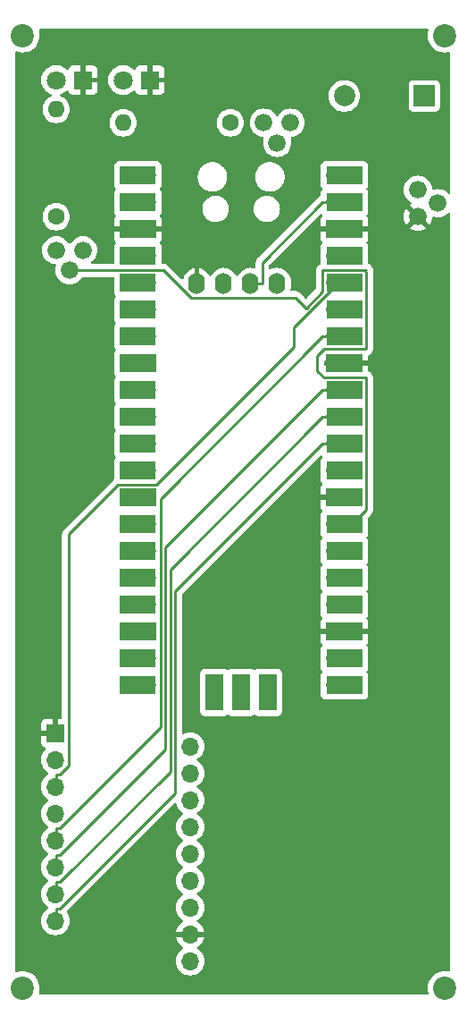
<source format=gbr>
%TF.GenerationSoftware,KiCad,Pcbnew,7.0.10+dfsg-1*%
%TF.CreationDate,2024-02-08T12:56:13+01:00*%
%TF.ProjectId,chibi_v2,63686962-695f-4763-922e-6b696361645f,rev?*%
%TF.SameCoordinates,Original*%
%TF.FileFunction,Copper,L2,Bot*%
%TF.FilePolarity,Positive*%
%FSLAX46Y46*%
G04 Gerber Fmt 4.6, Leading zero omitted, Abs format (unit mm)*
G04 Created by KiCad (PCBNEW 7.0.10+dfsg-1) date 2024-02-08 12:56:13*
%MOMM*%
%LPD*%
G01*
G04 APERTURE LIST*
%TA.AperFunction,ComponentPad*%
%ADD10C,1.600000*%
%TD*%
%TA.AperFunction,ComponentPad*%
%ADD11O,1.600000X1.600000*%
%TD*%
%TA.AperFunction,ComponentPad*%
%ADD12O,1.700000X1.700000*%
%TD*%
%TA.AperFunction,ComponentPad*%
%ADD13C,1.676400*%
%TD*%
%TA.AperFunction,ComponentPad*%
%ADD14R,1.800000X1.800000*%
%TD*%
%TA.AperFunction,ComponentPad*%
%ADD15C,1.800000*%
%TD*%
%TA.AperFunction,ComponentPad*%
%ADD16R,2.000000X2.000000*%
%TD*%
%TA.AperFunction,ComponentPad*%
%ADD17C,2.000000*%
%TD*%
%TA.AperFunction,ComponentPad*%
%ADD18R,1.700000X1.700000*%
%TD*%
%TA.AperFunction,ComponentPad*%
%ADD19O,1.600000X2.000000*%
%TD*%
%TA.AperFunction,SMDPad,CuDef*%
%ADD20R,3.500000X1.700000*%
%TD*%
%TA.AperFunction,SMDPad,CuDef*%
%ADD21R,1.700000X3.500000*%
%TD*%
%TA.AperFunction,ViaPad*%
%ADD22C,2.200000*%
%TD*%
%TA.AperFunction,Conductor*%
%ADD23C,0.250000*%
%TD*%
G04 APERTURE END LIST*
D10*
%TO.P,R2,1*%
%TO.N,Net-(Q2-C)*%
X104775000Y-53340000D03*
D11*
%TO.P,R2,2*%
%TO.N,Net-(D1-A)*%
X104775000Y-43180000D03*
%TD*%
D10*
%TO.P,R1,1*%
%TO.N,Net-(Q3-C)*%
X121285000Y-44450000D03*
D11*
%TO.P,R1,2*%
%TO.N,Net-(D2-A)*%
X111125000Y-44450000D03*
%TD*%
D12*
%TO.P,U2,1,3v*%
%TO.N,+3V3*%
X117475000Y-123825000D03*
%TO.P,U2,2,GND*%
%TO.N,GND*%
X117475000Y-121285000D03*
%TO.P,U2,3,CLK*%
%TO.N,Net-(U1-GPIO18)*%
X117475000Y-118745000D03*
%TO.P,U2,4,Slave_Output*%
%TO.N,Net-(U1-GPIO16)*%
X117475000Y-116205000D03*
%TO.P,U2,5,Slave_Input*%
%TO.N,Net-(U1-GPIO19)*%
X117475000Y-113665000D03*
%TO.P,U2,6,Chip_Select*%
%TO.N,Net-(U1-GPIO17)*%
X117475000Y-111125000D03*
%TO.P,U2,7*%
%TO.N,unconnected-(U2-Pad7)*%
X117475000Y-108585000D03*
%TO.P,U2,8*%
%TO.N,unconnected-(U2-Pad8)*%
X117475000Y-106045000D03*
%TO.P,U2,9,Card_Detect*%
%TO.N,unconnected-(U2-Card_Detect-Pad9)*%
X117475000Y-103505000D03*
%TD*%
D13*
%TO.P,Q3,1,C*%
%TO.N,Net-(Q3-C)*%
X124460000Y-44450000D03*
%TO.P,Q3,2,B*%
%TO.N,Net-(Q3-B)*%
X125730000Y-46355000D03*
%TO.P,Q3,3,E*%
%TO.N,+3V3*%
X127000000Y-44450000D03*
%TD*%
%TO.P,Q2,1,C*%
%TO.N,Net-(Q2-C)*%
X104775000Y-56515000D03*
%TO.P,Q2,2,B*%
%TO.N,Net-(Q2-B)*%
X106045000Y-58420000D03*
%TO.P,Q2,3,E*%
%TO.N,+3V3*%
X107315000Y-56515000D03*
%TD*%
%TO.P,Q1,1,C*%
%TO.N,GND*%
X139065000Y-53340000D03*
%TO.P,Q1,2,B*%
%TO.N,Net-(Q1-B)*%
X140970000Y-52070000D03*
%TO.P,Q1,3,E*%
%TO.N,Net-(BZ1-+)*%
X139065000Y-50800000D03*
%TD*%
D14*
%TO.P,D2,1,K*%
%TO.N,GND*%
X113645000Y-40410000D03*
D15*
%TO.P,D2,2,A*%
%TO.N,Net-(D2-A)*%
X111105000Y-40410000D03*
%TD*%
D14*
%TO.P,D1,1,K*%
%TO.N,GND*%
X107295000Y-40410000D03*
D15*
%TO.P,D1,2,A*%
%TO.N,Net-(D1-A)*%
X104755000Y-40410000D03*
%TD*%
D16*
%TO.P,BZ1,1,+*%
%TO.N,Net-(BZ1-+)*%
X139690000Y-41910000D03*
D17*
%TO.P,BZ1,2,-*%
%TO.N,+3V3*%
X132090000Y-41910000D03*
%TD*%
D18*
%TO.P,J2,1,Pin_1*%
%TO.N,GND*%
X104681900Y-102235000D03*
D12*
%TO.P,J2,2,Pin_2*%
%TO.N,Net-(J2-Pin_2)*%
X104681900Y-104775000D03*
%TO.P,J2,3,Pin_3*%
%TO.N,Net-(J2-Pin_3)*%
X104681900Y-107315000D03*
%TO.P,J2,4,Pin_4*%
%TO.N,Net-(J2-Pin_4)*%
X104681900Y-109855000D03*
%TO.P,J2,5,Pin_5*%
%TO.N,Net-(J2-Pin_5)*%
X104681900Y-112395000D03*
%TO.P,J2,6,Pin_6*%
%TO.N,Net-(J2-Pin_6)*%
X104681900Y-114935000D03*
%TO.P,J2,7,Pin_7*%
%TO.N,Net-(J2-Pin_7)*%
X104681900Y-117475000D03*
%TO.P,J2,8,Pin_8*%
%TO.N,Net-(J2-Pin_8)*%
X104681900Y-120015000D03*
%TD*%
D19*
%TO.P,Brd1,1,GND*%
%TO.N,GND*%
X118110000Y-59690000D03*
%TO.P,Brd1,2,VCC*%
%TO.N,+3V3*%
X120650000Y-59690000D03*
%TO.P,Brd1,3,SCL*%
%TO.N,Net-(Brd1-SCL)*%
X123190000Y-59690000D03*
%TO.P,Brd1,4,SDA*%
%TO.N,Net-(Brd1-SDA)*%
X125730000Y-59690000D03*
%TD*%
D12*
%TO.P,U1,1,GPIO0*%
%TO.N,Net-(Brd1-SDA)*%
X131200000Y-49445000D03*
D20*
X132100000Y-49445000D03*
D12*
%TO.P,U1,2,GPIO1*%
%TO.N,Net-(Brd1-SCL)*%
X131200000Y-51985000D03*
D20*
X132100000Y-51985000D03*
D18*
%TO.P,U1,3,GND*%
%TO.N,GND*%
X131200000Y-54525000D03*
D20*
X132100000Y-54525000D03*
D12*
%TO.P,U1,4,GPIO2*%
%TO.N,Net-(J2-Pin_2)*%
X131200000Y-57065000D03*
D20*
X132100000Y-57065000D03*
D12*
%TO.P,U1,5,GPIO3*%
%TO.N,Net-(J2-Pin_3)*%
X131200000Y-59605000D03*
D20*
X132100000Y-59605000D03*
D12*
%TO.P,U1,6,GPIO4*%
%TO.N,Net-(J2-Pin_4)*%
X131200000Y-62145000D03*
D20*
X132100000Y-62145000D03*
D12*
%TO.P,U1,7,GPIO5*%
%TO.N,Net-(J2-Pin_5)*%
X131200000Y-64685000D03*
D20*
X132100000Y-64685000D03*
D18*
%TO.P,U1,8,GND*%
%TO.N,GND*%
X131200000Y-67225000D03*
D20*
X132100000Y-67225000D03*
D12*
%TO.P,U1,9,GPIO6*%
%TO.N,Net-(J2-Pin_6)*%
X131200000Y-69765000D03*
D20*
X132100000Y-69765000D03*
D12*
%TO.P,U1,10,GPIO7*%
%TO.N,Net-(J2-Pin_7)*%
X131200000Y-72305000D03*
D20*
X132100000Y-72305000D03*
D12*
%TO.P,U1,11,GPIO8*%
%TO.N,Net-(J2-Pin_8)*%
X131200000Y-74845000D03*
D20*
X132100000Y-74845000D03*
D12*
%TO.P,U1,12,GPIO9*%
%TO.N,Net-(Q1-B)*%
X131200000Y-77385000D03*
D20*
X132100000Y-77385000D03*
D18*
%TO.P,U1,13,GND*%
%TO.N,GND*%
X131200000Y-79925000D03*
D20*
X132100000Y-79925000D03*
D12*
%TO.P,U1,14,GPIO10*%
%TO.N,Net-(Q2-B)*%
X131200000Y-82465000D03*
D20*
X132100000Y-82465000D03*
D12*
%TO.P,U1,15,GPIO11*%
%TO.N,Net-(Q3-B)*%
X131200000Y-85005000D03*
D20*
X132100000Y-85005000D03*
D12*
%TO.P,U1,16,GPIO12*%
%TO.N,unconnected-(U1-GPIO12-Pad16)*%
X131200000Y-87545000D03*
D20*
X132100000Y-87545000D03*
D12*
%TO.P,U1,17,GPIO13*%
%TO.N,unconnected-(U1-GPIO13-Pad17)*%
X131200000Y-90085000D03*
D20*
X132100000Y-90085000D03*
D18*
%TO.P,U1,18,GND*%
%TO.N,GND*%
X131200000Y-92625000D03*
D20*
X132100000Y-92625000D03*
D12*
%TO.P,U1,19,GPIO14*%
%TO.N,unconnected-(U1-GPIO14-Pad19)*%
X131200000Y-95165000D03*
D20*
X132100000Y-95165000D03*
D12*
%TO.P,U1,20,GPIO15*%
%TO.N,unconnected-(U1-GPIO15-Pad20)*%
X131200000Y-97705000D03*
D20*
X132100000Y-97705000D03*
D12*
%TO.P,U1,21,GPIO16*%
%TO.N,Net-(U1-GPIO16)*%
X113420000Y-97705000D03*
D20*
X112520000Y-97705000D03*
D12*
%TO.P,U1,22,GPIO17*%
%TO.N,Net-(U1-GPIO17)*%
X113420000Y-95165000D03*
D20*
X112520000Y-95165000D03*
D18*
%TO.P,U1,23,GND*%
%TO.N,unconnected-(U1-GND-Pad23)*%
X113420000Y-92625000D03*
D20*
X112520000Y-92625000D03*
D12*
%TO.P,U1,24,GPIO18*%
%TO.N,Net-(U1-GPIO18)*%
X113420000Y-90085000D03*
D20*
X112520000Y-90085000D03*
D12*
%TO.P,U1,25,GPIO19*%
%TO.N,Net-(U1-GPIO19)*%
X113420000Y-87545000D03*
D20*
X112520000Y-87545000D03*
D12*
%TO.P,U1,26,GPIO20*%
%TO.N,unconnected-(U1-GPIO20-Pad26)*%
X113420000Y-85005000D03*
D20*
X112520000Y-85005000D03*
D12*
%TO.P,U1,27,GPIO21*%
%TO.N,unconnected-(U1-GPIO21-Pad27)*%
X113420000Y-82465000D03*
D20*
X112520000Y-82465000D03*
D18*
%TO.P,U1,28,GND*%
%TO.N,unconnected-(U1-GND-Pad28)*%
X113420000Y-79925000D03*
D20*
X112520000Y-79925000D03*
D12*
%TO.P,U1,29,GPIO22*%
%TO.N,unconnected-(U1-GPIO22-Pad29)*%
X113420000Y-77385000D03*
D20*
X112520000Y-77385000D03*
D12*
%TO.P,U1,30,RUN*%
%TO.N,unconnected-(U1-RUN-Pad30)*%
X113420000Y-74845000D03*
D20*
X112520000Y-74845000D03*
D12*
%TO.P,U1,31,GPIO26_ADC0*%
%TO.N,unconnected-(U1-GPIO26_ADC0-Pad31)*%
X113420000Y-72305000D03*
D20*
X112520000Y-72305000D03*
D12*
%TO.P,U1,32,GPIO27_ADC1*%
%TO.N,unconnected-(U1-GPIO27_ADC1-Pad32)*%
X113420000Y-69765000D03*
D20*
X112520000Y-69765000D03*
D18*
%TO.P,U1,33,AGND*%
%TO.N,unconnected-(U1-AGND-Pad33)*%
X113420000Y-67225000D03*
D20*
X112520000Y-67225000D03*
D12*
%TO.P,U1,34,GPIO28_ADC2*%
%TO.N,unconnected-(U1-GPIO28_ADC2-Pad34)*%
X113420000Y-64685000D03*
D20*
X112520000Y-64685000D03*
D12*
%TO.P,U1,35,ADC_VREF*%
%TO.N,unconnected-(U1-ADC_VREF-Pad35)*%
X113420000Y-62145000D03*
D20*
X112520000Y-62145000D03*
D12*
%TO.P,U1,36,3V3*%
%TO.N,+3V3*%
X113420000Y-59605000D03*
D20*
X112520000Y-59605000D03*
D12*
%TO.P,U1,37,3V3_EN*%
%TO.N,unconnected-(U1-3V3_EN-Pad37)*%
X113420000Y-57065000D03*
D20*
X112520000Y-57065000D03*
D18*
%TO.P,U1,38,GND*%
%TO.N,GND*%
X113420000Y-54525000D03*
D20*
X112520000Y-54525000D03*
D12*
%TO.P,U1,39,VSYS*%
%TO.N,unconnected-(U1-VSYS-Pad39)*%
X113420000Y-51985000D03*
D20*
X112520000Y-51985000D03*
D12*
%TO.P,U1,40,VBUS*%
%TO.N,unconnected-(U1-VBUS-Pad40)*%
X113420000Y-49445000D03*
D20*
X112520000Y-49445000D03*
D12*
%TO.P,U1,41,SWCLK*%
%TO.N,unconnected-(U1-SWCLK-Pad41)*%
X124850000Y-97475000D03*
D21*
X124850000Y-98375000D03*
D18*
%TO.P,U1,42,GND*%
%TO.N,unconnected-(U1-GND-Pad42)*%
X122310000Y-97475000D03*
D21*
X122310000Y-98375000D03*
D12*
%TO.P,U1,43,SWDIO*%
%TO.N,unconnected-(U1-SWDIO-Pad43)*%
X119770000Y-97475000D03*
D21*
X119770000Y-98375000D03*
%TD*%
D22*
%TO.N,*%
X141605000Y-126365000D03*
X101600000Y-126365000D03*
X141605000Y-36195000D03*
X101600000Y-36195000D03*
%TD*%
D23*
%TO.N,Net-(Q2-B)*%
X110635000Y-58430000D02*
X111125000Y-58430000D01*
X111115000Y-58420000D02*
X111125000Y-58430000D01*
X111125000Y-58430000D02*
X114945000Y-58430000D01*
X106045000Y-58420000D02*
X111115000Y-58420000D01*
X129540000Y-66535000D02*
X129540000Y-67945000D01*
X134175000Y-65860000D02*
X130215000Y-65860000D01*
X130185000Y-68590000D02*
X134175000Y-68590000D01*
X133985000Y-58430000D02*
X134175000Y-58620000D01*
X130025000Y-58430000D02*
X133985000Y-58430000D01*
X130215000Y-65860000D02*
X129540000Y-66535000D01*
X134175000Y-58620000D02*
X134175000Y-65860000D01*
X133985000Y-58430000D02*
X134175000Y-58430000D01*
X129540000Y-67945000D02*
X130185000Y-68590000D01*
X134175000Y-68590000D02*
X134175000Y-81100000D01*
X127440000Y-61015000D02*
X128444452Y-62019452D01*
X134175000Y-81100000D02*
X132810000Y-82465000D01*
X132810000Y-82465000D02*
X131200000Y-82465000D01*
X130025000Y-60438904D02*
X130025000Y-58430000D01*
X128444452Y-62019452D02*
X130025000Y-60438904D01*
X114945000Y-58430000D02*
X117530000Y-61015000D01*
X117530000Y-61015000D02*
X127440000Y-61015000D01*
%TO.N,Net-(Brd1-SCL)*%
X130023100Y-51985000D02*
X124316900Y-57691200D01*
X124316900Y-57691200D02*
X124316900Y-59690000D01*
X131200000Y-51985000D02*
X130023100Y-51985000D01*
X123190000Y-59690000D02*
X124316900Y-59690000D01*
%TO.N,Net-(J2-Pin_3)*%
X131200000Y-59900300D02*
X131200000Y-59605000D01*
X104775000Y-106138100D02*
X105142900Y-106138100D01*
X105951900Y-83418400D02*
X110622200Y-78748100D01*
X127316800Y-65658600D02*
X127316800Y-63783500D01*
X104775000Y-107315000D02*
X104775000Y-106138100D01*
X105142900Y-106138100D02*
X105951900Y-105329100D01*
X110622200Y-78748100D02*
X114227300Y-78748100D01*
X114227300Y-78748100D02*
X127316800Y-65658600D01*
X105951900Y-105329100D02*
X105951900Y-83418400D01*
X127316800Y-63783500D02*
X131200000Y-59900300D01*
%TO.N,Net-(J2-Pin_5)*%
X131200000Y-64685000D02*
X130023100Y-64685000D01*
X130023100Y-64685000D02*
X114670700Y-80037400D01*
X114670700Y-80037400D02*
X114670700Y-101688200D01*
X105140800Y-111218100D02*
X104775000Y-111218100D01*
X104775000Y-112395000D02*
X104775000Y-111218100D01*
X114670700Y-101688200D02*
X105140800Y-111218100D01*
%TO.N,Net-(J2-Pin_6)*%
X131200000Y-69765000D02*
X130023100Y-69765000D01*
X104775000Y-114935000D02*
X104775000Y-113758100D01*
X115122600Y-84665500D02*
X130023100Y-69765000D01*
X115122600Y-103776300D02*
X115122600Y-84665500D01*
X105140800Y-113758100D02*
X115122600Y-103776300D01*
X104775000Y-113758100D02*
X105140800Y-113758100D01*
%TO.N,Net-(J2-Pin_7)*%
X131200000Y-72305000D02*
X130023100Y-72305000D01*
X105140800Y-116298100D02*
X115574500Y-105864400D01*
X104775000Y-116298100D02*
X105140800Y-116298100D01*
X115574500Y-86753600D02*
X130023100Y-72305000D01*
X115574500Y-105864400D02*
X115574500Y-86753600D01*
X104775000Y-117475000D02*
X104775000Y-116298100D01*
%TO.N,Net-(J2-Pin_8)*%
X116048600Y-107930300D02*
X105140800Y-118838100D01*
X104775000Y-120015000D02*
X104775000Y-118838100D01*
X105140800Y-118838100D02*
X104775000Y-118838100D01*
X116048600Y-88819500D02*
X116048600Y-107930300D01*
X131200000Y-74845000D02*
X130023100Y-74845000D01*
X130023100Y-74845000D02*
X116048600Y-88819500D01*
%TD*%
%TA.AperFunction,Conductor*%
%TO.N,GND*%
G36*
X132293039Y-79694685D02*
G01*
X132338794Y-79747489D01*
X132350000Y-79799000D01*
X132350000Y-80051000D01*
X132330315Y-80118039D01*
X132277511Y-80163794D01*
X132226000Y-80175000D01*
X131645572Y-80175000D01*
X131668682Y-80139040D01*
X131710000Y-79998327D01*
X131710000Y-79851673D01*
X131668682Y-79710960D01*
X131645572Y-79675000D01*
X132226000Y-79675000D01*
X132293039Y-79694685D01*
G37*
%TD.AperFunction*%
%TA.AperFunction,Conductor*%
G36*
X130731318Y-67010960D02*
G01*
X130690000Y-67151673D01*
X130690000Y-67298327D01*
X130731318Y-67439040D01*
X130754428Y-67475000D01*
X130289500Y-67475000D01*
X130222461Y-67455315D01*
X130176706Y-67402511D01*
X130165500Y-67351000D01*
X130165500Y-67099000D01*
X130185185Y-67031961D01*
X130237989Y-66986206D01*
X130289500Y-66975000D01*
X130754428Y-66975000D01*
X130731318Y-67010960D01*
G37*
%TD.AperFunction*%
%TA.AperFunction,Conductor*%
G36*
X129897138Y-53098065D02*
G01*
X129953069Y-53139934D01*
X129983890Y-53181106D01*
X130008307Y-53246569D01*
X129993455Y-53314842D01*
X129983890Y-53329727D01*
X129906647Y-53432910D01*
X129906645Y-53432913D01*
X129856403Y-53567620D01*
X129856401Y-53567627D01*
X129850000Y-53627155D01*
X129850000Y-54275000D01*
X130754428Y-54275000D01*
X130731318Y-54310960D01*
X130690000Y-54451673D01*
X130690000Y-54598327D01*
X130731318Y-54739040D01*
X130754428Y-54775000D01*
X129850000Y-54775000D01*
X129850000Y-55422844D01*
X129856401Y-55482372D01*
X129856403Y-55482379D01*
X129906645Y-55617086D01*
X129906646Y-55617088D01*
X129983890Y-55720272D01*
X130008307Y-55785736D01*
X129993456Y-55854009D01*
X129983890Y-55868894D01*
X129906204Y-55972669D01*
X129906202Y-55972671D01*
X129855908Y-56107517D01*
X129849501Y-56167116D01*
X129849501Y-56167123D01*
X129849500Y-56167135D01*
X129849500Y-57000616D01*
X129849028Y-57011423D01*
X129844341Y-57064997D01*
X129844341Y-57065002D01*
X129849028Y-57118576D01*
X129849500Y-57129383D01*
X129849500Y-57739243D01*
X129829815Y-57806282D01*
X129777011Y-57852037D01*
X129763822Y-57857173D01*
X129756557Y-57859533D01*
X129749652Y-57863915D01*
X129728880Y-57874499D01*
X129721273Y-57877511D01*
X129721262Y-57877517D01*
X129676388Y-57910119D01*
X129669951Y-57914494D01*
X129623123Y-57944213D01*
X129623120Y-57944216D01*
X129617529Y-57950170D01*
X129600029Y-57965599D01*
X129593413Y-57970405D01*
X129593412Y-57970406D01*
X129558053Y-58013146D01*
X129552906Y-58018984D01*
X129514937Y-58059418D01*
X129514935Y-58059420D01*
X129510994Y-58066589D01*
X129497889Y-58085873D01*
X129492677Y-58092173D01*
X129492674Y-58092178D01*
X129469059Y-58142361D01*
X129465526Y-58149294D01*
X129438805Y-58197903D01*
X129438803Y-58197908D01*
X129436769Y-58205828D01*
X129428870Y-58227768D01*
X129425386Y-58235172D01*
X129425384Y-58235179D01*
X129414993Y-58289649D01*
X129413295Y-58297247D01*
X129399500Y-58350976D01*
X129399500Y-58359152D01*
X129397305Y-58382382D01*
X129395773Y-58390414D01*
X129399255Y-58445757D01*
X129399500Y-58453543D01*
X129399500Y-60128450D01*
X129379815Y-60195489D01*
X129363181Y-60216131D01*
X128532132Y-61047179D01*
X128470809Y-61080664D01*
X128401117Y-61075680D01*
X128356770Y-61047179D01*
X127940803Y-60631212D01*
X127930980Y-60618950D01*
X127930759Y-60619134D01*
X127925786Y-60613122D01*
X127876776Y-60567099D01*
X127873977Y-60564386D01*
X127854477Y-60544885D01*
X127854471Y-60544880D01*
X127851286Y-60542409D01*
X127842434Y-60534848D01*
X127810582Y-60504938D01*
X127810580Y-60504936D01*
X127810577Y-60504935D01*
X127793029Y-60495288D01*
X127776763Y-60484604D01*
X127760932Y-60472324D01*
X127720849Y-60454978D01*
X127710363Y-60449841D01*
X127672094Y-60428803D01*
X127672092Y-60428802D01*
X127652693Y-60423822D01*
X127634281Y-60417518D01*
X127615898Y-60409562D01*
X127615892Y-60409560D01*
X127572760Y-60402729D01*
X127561322Y-60400361D01*
X127519020Y-60389500D01*
X127519019Y-60389500D01*
X127498984Y-60389500D01*
X127479586Y-60387973D01*
X127472162Y-60386797D01*
X127459805Y-60384840D01*
X127459804Y-60384840D01*
X127416325Y-60388950D01*
X127404656Y-60389500D01*
X127104137Y-60389500D01*
X127037098Y-60369815D01*
X126991343Y-60317011D01*
X126981399Y-60247853D01*
X126984362Y-60233407D01*
X127012484Y-60128450D01*
X127015635Y-60116692D01*
X127030500Y-59946784D01*
X127030500Y-59433216D01*
X127015635Y-59263308D01*
X126956739Y-59043504D01*
X126860568Y-58837266D01*
X126730047Y-58650861D01*
X126730045Y-58650858D01*
X126569141Y-58489954D01*
X126382734Y-58359432D01*
X126382732Y-58359431D01*
X126176497Y-58263261D01*
X126176488Y-58263258D01*
X125956697Y-58204366D01*
X125956693Y-58204365D01*
X125956692Y-58204365D01*
X125956691Y-58204364D01*
X125956686Y-58204364D01*
X125730002Y-58184532D01*
X125729998Y-58184532D01*
X125503313Y-58204364D01*
X125503302Y-58204366D01*
X125283511Y-58263258D01*
X125283502Y-58263262D01*
X125118805Y-58340062D01*
X125049727Y-58350554D01*
X124985943Y-58322034D01*
X124947704Y-58263558D01*
X124942400Y-58227680D01*
X124942400Y-58001652D01*
X124962085Y-57934613D01*
X124978719Y-57913971D01*
X127275604Y-55617086D01*
X129766125Y-53126564D01*
X129827446Y-53093081D01*
X129897138Y-53098065D01*
G37*
%TD.AperFunction*%
%TA.AperFunction,Conductor*%
G36*
X140021217Y-35579685D02*
G01*
X140066972Y-35632489D01*
X140076916Y-35701647D01*
X140074752Y-35712947D01*
X140019317Y-35943848D01*
X139999551Y-36195000D01*
X140019317Y-36446151D01*
X140078126Y-36691110D01*
X140174533Y-36923859D01*
X140306160Y-37138653D01*
X140306161Y-37138656D01*
X140306164Y-37138659D01*
X140469776Y-37330224D01*
X140618066Y-37456875D01*
X140661343Y-37493838D01*
X140661346Y-37493839D01*
X140876140Y-37625466D01*
X141028611Y-37688621D01*
X141108889Y-37721873D01*
X141353852Y-37780683D01*
X141605000Y-37800449D01*
X141856148Y-37780683D01*
X141993956Y-37747598D01*
X142063735Y-37751089D01*
X142120552Y-37791752D01*
X142146366Y-37856678D01*
X142146900Y-37868172D01*
X142146900Y-51054330D01*
X142127215Y-51121369D01*
X142074411Y-51167124D01*
X142005253Y-51177068D01*
X141941697Y-51148043D01*
X141935219Y-51142011D01*
X141833791Y-51040583D01*
X141833787Y-51040579D01*
X141641907Y-50906223D01*
X141429611Y-50807228D01*
X141429607Y-50807227D01*
X141429603Y-50807225D01*
X141203356Y-50746603D01*
X141203346Y-50746601D01*
X140970001Y-50726186D01*
X140969999Y-50726186D01*
X140736653Y-50746601D01*
X140736643Y-50746603D01*
X140554499Y-50795408D01*
X140484649Y-50793745D01*
X140426787Y-50754582D01*
X140399283Y-50690354D01*
X140398881Y-50686476D01*
X140388398Y-50566649D01*
X140328440Y-50342883D01*
X140327774Y-50340396D01*
X140327773Y-50340395D01*
X140327772Y-50340389D01*
X140228777Y-50128093D01*
X140094421Y-49936213D01*
X139928787Y-49770579D01*
X139736907Y-49636223D01*
X139524611Y-49537228D01*
X139524607Y-49537227D01*
X139524603Y-49537225D01*
X139298356Y-49476603D01*
X139298346Y-49476601D01*
X139065001Y-49456186D01*
X139064999Y-49456186D01*
X138831653Y-49476601D01*
X138831643Y-49476603D01*
X138605396Y-49537225D01*
X138605389Y-49537227D01*
X138605389Y-49537228D01*
X138393093Y-49636223D01*
X138201213Y-49770579D01*
X138201211Y-49770580D01*
X138201208Y-49770583D01*
X138035583Y-49936208D01*
X138035580Y-49936211D01*
X138035579Y-49936213D01*
X137901223Y-50128093D01*
X137809924Y-50323886D01*
X137802229Y-50340387D01*
X137802225Y-50340396D01*
X137741603Y-50566643D01*
X137741601Y-50566653D01*
X137721186Y-50799999D01*
X137721186Y-50800000D01*
X137741601Y-51033346D01*
X137741603Y-51033356D01*
X137802225Y-51259603D01*
X137802227Y-51259607D01*
X137802228Y-51259611D01*
X137901223Y-51471907D01*
X138035579Y-51663787D01*
X138201213Y-51829421D01*
X138393093Y-51963777D01*
X138393094Y-51963777D01*
X138397528Y-51966882D01*
X138396613Y-51968187D01*
X138439787Y-52013456D01*
X138453018Y-52082061D01*
X138427058Y-52146929D01*
X138397236Y-52172779D01*
X138397778Y-52173553D01*
X138312098Y-52233544D01*
X138312098Y-52233545D01*
X139015005Y-52936452D01*
X138937850Y-52948673D01*
X138823146Y-53007117D01*
X138732117Y-53098146D01*
X138673673Y-53212850D01*
X138661452Y-53290005D01*
X137958545Y-52587098D01*
X137958544Y-52587099D01*
X137901659Y-52668341D01*
X137802701Y-52880558D01*
X137802697Y-52880567D01*
X137742097Y-53106731D01*
X137742095Y-53106741D01*
X137721688Y-53339998D01*
X137721688Y-53340001D01*
X137742095Y-53573258D01*
X137742097Y-53573268D01*
X137802697Y-53799432D01*
X137802701Y-53799441D01*
X137901657Y-54011654D01*
X137901658Y-54011656D01*
X137958545Y-54092899D01*
X137958546Y-54092900D01*
X138661452Y-53389993D01*
X138673673Y-53467150D01*
X138732117Y-53581854D01*
X138823146Y-53672883D01*
X138937850Y-53731327D01*
X139015005Y-53743547D01*
X138312098Y-54446453D01*
X138393343Y-54503341D01*
X138393345Y-54503342D01*
X138605558Y-54602298D01*
X138605567Y-54602302D01*
X138831731Y-54662902D01*
X138831741Y-54662904D01*
X139064998Y-54683312D01*
X139065002Y-54683312D01*
X139298258Y-54662904D01*
X139298268Y-54662902D01*
X139524432Y-54602302D01*
X139524441Y-54602298D01*
X139736655Y-54503342D01*
X139817900Y-54446453D01*
X139114995Y-53743547D01*
X139192150Y-53731327D01*
X139306854Y-53672883D01*
X139397883Y-53581854D01*
X139456327Y-53467150D01*
X139468547Y-53389994D01*
X140171453Y-54092900D01*
X140228342Y-54011655D01*
X140327298Y-53799441D01*
X140327302Y-53799432D01*
X140387902Y-53573268D01*
X140387904Y-53573258D01*
X140398388Y-53453428D01*
X140423840Y-53388359D01*
X140480431Y-53347380D01*
X140550193Y-53343502D01*
X140554009Y-53344460D01*
X140736649Y-53393398D01*
X140923329Y-53409730D01*
X140969999Y-53413814D01*
X140970000Y-53413814D01*
X140970001Y-53413814D01*
X141008891Y-53410411D01*
X141203351Y-53393398D01*
X141429611Y-53332772D01*
X141641907Y-53233777D01*
X141833787Y-53099421D01*
X141935219Y-52997989D01*
X141996542Y-52964504D01*
X142066234Y-52969488D01*
X142122167Y-53011360D01*
X142146584Y-53076824D01*
X142146900Y-53085670D01*
X142146900Y-124691826D01*
X142127215Y-124758865D01*
X142074411Y-124804620D01*
X142005253Y-124814564D01*
X141993954Y-124812400D01*
X141856152Y-124779318D01*
X141856148Y-124779317D01*
X141605000Y-124759551D01*
X141353848Y-124779317D01*
X141108889Y-124838126D01*
X140876140Y-124934533D01*
X140661346Y-125066160D01*
X140661343Y-125066161D01*
X140469776Y-125229776D01*
X140306161Y-125421343D01*
X140306160Y-125421346D01*
X140174533Y-125636140D01*
X140078126Y-125868889D01*
X140019317Y-126113848D01*
X139999551Y-126365000D01*
X140019317Y-126616151D01*
X140074752Y-126847053D01*
X140071261Y-126916836D01*
X140030597Y-126973653D01*
X139965671Y-126999466D01*
X139954178Y-127000000D01*
X103250822Y-127000000D01*
X103183783Y-126980315D01*
X103138028Y-126927511D01*
X103128084Y-126858353D01*
X103130248Y-126847053D01*
X103185682Y-126616151D01*
X103185683Y-126616148D01*
X103205449Y-126365000D01*
X103185683Y-126113852D01*
X103126873Y-125868889D01*
X103030466Y-125636141D01*
X103030466Y-125636140D01*
X102898839Y-125421346D01*
X102898838Y-125421343D01*
X102861875Y-125378066D01*
X102735224Y-125229776D01*
X102581994Y-125098905D01*
X102543656Y-125066161D01*
X102543653Y-125066160D01*
X102328859Y-124934533D01*
X102096110Y-124838126D01*
X101851151Y-124779317D01*
X101600000Y-124759551D01*
X101348848Y-124779317D01*
X101103887Y-124838127D01*
X101103885Y-124838127D01*
X101043352Y-124863201D01*
X100973882Y-124870670D01*
X100911403Y-124839394D01*
X100875752Y-124779305D01*
X100871900Y-124748640D01*
X100871900Y-120015000D01*
X103326241Y-120015000D01*
X103346836Y-120250403D01*
X103346838Y-120250413D01*
X103407994Y-120478655D01*
X103407996Y-120478659D01*
X103407997Y-120478663D01*
X103507865Y-120692830D01*
X103507867Y-120692834D01*
X103565401Y-120775000D01*
X103643405Y-120886401D01*
X103810499Y-121053495D01*
X103835442Y-121070960D01*
X104004065Y-121189032D01*
X104004067Y-121189033D01*
X104004070Y-121189035D01*
X104218237Y-121288903D01*
X104446492Y-121350063D01*
X104634818Y-121366539D01*
X104681899Y-121370659D01*
X104681900Y-121370659D01*
X104681901Y-121370659D01*
X104721134Y-121367226D01*
X104917308Y-121350063D01*
X105145563Y-121288903D01*
X105359730Y-121189035D01*
X105553301Y-121053495D01*
X105720395Y-120886401D01*
X105855935Y-120692830D01*
X105955803Y-120478663D01*
X106016963Y-120250408D01*
X106037559Y-120015000D01*
X106016963Y-119779592D01*
X105955803Y-119551337D01*
X105855935Y-119337171D01*
X105779865Y-119228531D01*
X105757539Y-119162327D01*
X105774549Y-119094560D01*
X105793756Y-119069733D01*
X115967602Y-108895886D01*
X116028923Y-108862403D01*
X116098615Y-108867387D01*
X116154548Y-108909259D01*
X116175056Y-108951476D01*
X116201094Y-109048655D01*
X116201096Y-109048659D01*
X116201097Y-109048663D01*
X116300965Y-109262830D01*
X116300967Y-109262834D01*
X116436501Y-109456395D01*
X116436506Y-109456402D01*
X116603597Y-109623493D01*
X116603603Y-109623498D01*
X116789158Y-109753425D01*
X116832783Y-109808002D01*
X116839977Y-109877500D01*
X116808454Y-109939855D01*
X116789158Y-109956575D01*
X116603597Y-110086505D01*
X116436505Y-110253597D01*
X116300965Y-110447169D01*
X116300964Y-110447171D01*
X116201098Y-110661335D01*
X116201094Y-110661344D01*
X116139938Y-110889586D01*
X116139936Y-110889596D01*
X116119341Y-111124999D01*
X116119341Y-111125000D01*
X116139936Y-111360403D01*
X116139938Y-111360413D01*
X116201094Y-111588655D01*
X116201096Y-111588659D01*
X116201097Y-111588663D01*
X116300965Y-111802830D01*
X116300967Y-111802834D01*
X116436501Y-111996395D01*
X116436506Y-111996402D01*
X116603597Y-112163493D01*
X116603603Y-112163498D01*
X116789158Y-112293425D01*
X116832783Y-112348002D01*
X116839977Y-112417500D01*
X116808454Y-112479855D01*
X116789158Y-112496575D01*
X116603597Y-112626505D01*
X116436505Y-112793597D01*
X116300965Y-112987169D01*
X116300964Y-112987171D01*
X116201098Y-113201335D01*
X116201094Y-113201344D01*
X116139938Y-113429586D01*
X116139936Y-113429596D01*
X116119341Y-113664999D01*
X116119341Y-113665000D01*
X116139936Y-113900403D01*
X116139938Y-113900413D01*
X116201094Y-114128655D01*
X116201096Y-114128659D01*
X116201097Y-114128663D01*
X116300965Y-114342830D01*
X116300967Y-114342834D01*
X116436501Y-114536395D01*
X116436506Y-114536402D01*
X116603597Y-114703493D01*
X116603603Y-114703498D01*
X116789158Y-114833425D01*
X116832783Y-114888002D01*
X116839977Y-114957500D01*
X116808454Y-115019855D01*
X116789158Y-115036575D01*
X116603597Y-115166505D01*
X116436505Y-115333597D01*
X116300965Y-115527169D01*
X116300964Y-115527171D01*
X116201098Y-115741335D01*
X116201094Y-115741344D01*
X116139938Y-115969586D01*
X116139936Y-115969596D01*
X116119341Y-116204999D01*
X116119341Y-116205000D01*
X116139936Y-116440403D01*
X116139938Y-116440413D01*
X116201094Y-116668655D01*
X116201096Y-116668659D01*
X116201097Y-116668663D01*
X116300965Y-116882830D01*
X116300967Y-116882834D01*
X116436501Y-117076395D01*
X116436506Y-117076402D01*
X116603597Y-117243493D01*
X116603603Y-117243498D01*
X116789158Y-117373425D01*
X116832783Y-117428002D01*
X116839977Y-117497500D01*
X116808454Y-117559855D01*
X116789158Y-117576575D01*
X116603597Y-117706505D01*
X116436505Y-117873597D01*
X116300965Y-118067169D01*
X116300964Y-118067171D01*
X116201098Y-118281335D01*
X116201094Y-118281344D01*
X116139938Y-118509586D01*
X116139936Y-118509596D01*
X116119341Y-118744999D01*
X116119341Y-118745000D01*
X116139936Y-118980403D01*
X116139938Y-118980413D01*
X116201094Y-119208655D01*
X116201096Y-119208659D01*
X116201097Y-119208663D01*
X116300965Y-119422830D01*
X116300967Y-119422834D01*
X116436501Y-119616395D01*
X116436506Y-119616402D01*
X116603597Y-119783493D01*
X116603603Y-119783498D01*
X116789594Y-119913730D01*
X116833219Y-119968307D01*
X116840413Y-120037805D01*
X116808890Y-120100160D01*
X116789595Y-120116880D01*
X116603922Y-120246890D01*
X116603920Y-120246891D01*
X116436891Y-120413920D01*
X116436886Y-120413926D01*
X116301400Y-120607420D01*
X116301399Y-120607422D01*
X116201570Y-120821507D01*
X116201567Y-120821513D01*
X116144364Y-121034999D01*
X116144364Y-121035000D01*
X117029428Y-121035000D01*
X117006318Y-121070960D01*
X116965000Y-121211673D01*
X116965000Y-121358327D01*
X117006318Y-121499040D01*
X117029428Y-121535000D01*
X116144364Y-121535000D01*
X116201567Y-121748486D01*
X116201570Y-121748492D01*
X116301399Y-121962578D01*
X116436894Y-122156082D01*
X116603917Y-122323105D01*
X116789595Y-122453119D01*
X116833219Y-122507696D01*
X116840412Y-122577195D01*
X116808890Y-122639549D01*
X116789595Y-122656269D01*
X116603594Y-122786508D01*
X116436505Y-122953597D01*
X116300965Y-123147169D01*
X116300964Y-123147171D01*
X116201098Y-123361335D01*
X116201094Y-123361344D01*
X116139938Y-123589586D01*
X116139936Y-123589596D01*
X116119341Y-123824999D01*
X116119341Y-123825000D01*
X116139936Y-124060403D01*
X116139938Y-124060413D01*
X116201094Y-124288655D01*
X116201096Y-124288659D01*
X116201097Y-124288663D01*
X116300965Y-124502830D01*
X116300967Y-124502834D01*
X116409281Y-124657521D01*
X116436505Y-124696401D01*
X116603599Y-124863495D01*
X116700384Y-124931265D01*
X116797165Y-124999032D01*
X116797167Y-124999033D01*
X116797170Y-124999035D01*
X117011337Y-125098903D01*
X117239592Y-125160063D01*
X117427918Y-125176539D01*
X117474999Y-125180659D01*
X117475000Y-125180659D01*
X117475001Y-125180659D01*
X117514234Y-125177226D01*
X117710408Y-125160063D01*
X117938663Y-125098903D01*
X118152830Y-124999035D01*
X118346401Y-124863495D01*
X118513495Y-124696401D01*
X118649035Y-124502830D01*
X118748903Y-124288663D01*
X118810063Y-124060408D01*
X118830659Y-123825000D01*
X118810063Y-123589592D01*
X118748903Y-123361337D01*
X118649035Y-123147171D01*
X118513495Y-122953599D01*
X118513494Y-122953597D01*
X118346402Y-122786506D01*
X118346401Y-122786505D01*
X118160405Y-122656269D01*
X118116781Y-122601692D01*
X118109588Y-122532193D01*
X118141110Y-122469839D01*
X118160405Y-122453119D01*
X118346082Y-122323105D01*
X118513105Y-122156082D01*
X118648600Y-121962578D01*
X118748429Y-121748492D01*
X118748432Y-121748486D01*
X118805636Y-121535000D01*
X117920572Y-121535000D01*
X117943682Y-121499040D01*
X117985000Y-121358327D01*
X117985000Y-121211673D01*
X117943682Y-121070960D01*
X117920572Y-121035000D01*
X118805636Y-121035000D01*
X118805635Y-121034999D01*
X118748432Y-120821513D01*
X118748429Y-120821507D01*
X118648600Y-120607422D01*
X118648599Y-120607420D01*
X118513113Y-120413926D01*
X118513108Y-120413920D01*
X118346078Y-120246890D01*
X118160405Y-120116879D01*
X118116780Y-120062302D01*
X118109588Y-119992804D01*
X118141110Y-119930449D01*
X118160406Y-119913730D01*
X118346401Y-119783495D01*
X118513495Y-119616401D01*
X118649035Y-119422830D01*
X118748903Y-119208663D01*
X118810063Y-118980408D01*
X118830659Y-118745000D01*
X118810063Y-118509592D01*
X118748903Y-118281337D01*
X118649035Y-118067171D01*
X118559054Y-117938663D01*
X118513494Y-117873597D01*
X118346402Y-117706506D01*
X118346396Y-117706501D01*
X118160842Y-117576575D01*
X118117217Y-117521998D01*
X118110023Y-117452500D01*
X118141546Y-117390145D01*
X118160842Y-117373425D01*
X118183026Y-117357891D01*
X118346401Y-117243495D01*
X118513495Y-117076401D01*
X118649035Y-116882830D01*
X118748903Y-116668663D01*
X118810063Y-116440408D01*
X118830659Y-116205000D01*
X118810063Y-115969592D01*
X118748903Y-115741337D01*
X118649035Y-115527171D01*
X118559054Y-115398663D01*
X118513494Y-115333597D01*
X118346402Y-115166506D01*
X118346396Y-115166501D01*
X118160842Y-115036575D01*
X118117217Y-114981998D01*
X118110023Y-114912500D01*
X118141546Y-114850145D01*
X118160842Y-114833425D01*
X118183026Y-114817891D01*
X118346401Y-114703495D01*
X118513495Y-114536401D01*
X118649035Y-114342830D01*
X118748903Y-114128663D01*
X118810063Y-113900408D01*
X118830659Y-113665000D01*
X118810063Y-113429592D01*
X118748903Y-113201337D01*
X118649035Y-112987171D01*
X118559054Y-112858663D01*
X118513494Y-112793597D01*
X118346402Y-112626506D01*
X118346396Y-112626501D01*
X118160842Y-112496575D01*
X118117217Y-112441998D01*
X118110023Y-112372500D01*
X118141546Y-112310145D01*
X118160842Y-112293425D01*
X118183026Y-112277891D01*
X118346401Y-112163495D01*
X118513495Y-111996401D01*
X118649035Y-111802830D01*
X118748903Y-111588663D01*
X118810063Y-111360408D01*
X118830659Y-111125000D01*
X118810063Y-110889592D01*
X118748903Y-110661337D01*
X118649035Y-110447171D01*
X118559054Y-110318663D01*
X118513494Y-110253597D01*
X118346402Y-110086506D01*
X118346396Y-110086501D01*
X118160842Y-109956575D01*
X118117217Y-109901998D01*
X118110023Y-109832500D01*
X118141546Y-109770145D01*
X118160842Y-109753425D01*
X118183026Y-109737891D01*
X118346401Y-109623495D01*
X118513495Y-109456401D01*
X118649035Y-109262830D01*
X118748903Y-109048663D01*
X118810063Y-108820408D01*
X118830659Y-108585000D01*
X118828690Y-108562500D01*
X118821772Y-108483425D01*
X118810063Y-108349592D01*
X118748903Y-108121337D01*
X118649035Y-107907171D01*
X118559054Y-107778663D01*
X118513494Y-107713597D01*
X118346402Y-107546506D01*
X118346396Y-107546501D01*
X118160842Y-107416575D01*
X118117217Y-107361998D01*
X118110023Y-107292500D01*
X118141546Y-107230145D01*
X118160842Y-107213425D01*
X118193002Y-107190906D01*
X118346401Y-107083495D01*
X118513495Y-106916401D01*
X118649035Y-106722830D01*
X118748903Y-106508663D01*
X118810063Y-106280408D01*
X118830659Y-106045000D01*
X118810063Y-105809592D01*
X118748903Y-105581337D01*
X118649035Y-105367171D01*
X118636245Y-105348904D01*
X118513494Y-105173597D01*
X118346402Y-105006506D01*
X118346396Y-105006501D01*
X118160842Y-104876575D01*
X118117217Y-104821998D01*
X118110023Y-104752500D01*
X118141546Y-104690145D01*
X118160842Y-104673425D01*
X118183026Y-104657891D01*
X118346401Y-104543495D01*
X118513495Y-104376401D01*
X118649035Y-104182830D01*
X118748903Y-103968663D01*
X118810063Y-103740408D01*
X118830659Y-103505000D01*
X118810063Y-103269592D01*
X118748903Y-103041337D01*
X118649035Y-102827171D01*
X118584497Y-102735000D01*
X118513494Y-102633597D01*
X118346402Y-102466506D01*
X118346395Y-102466501D01*
X118152834Y-102330967D01*
X118152830Y-102330965D01*
X118060835Y-102288067D01*
X117938663Y-102231097D01*
X117938659Y-102231096D01*
X117938655Y-102231094D01*
X117710413Y-102169938D01*
X117710403Y-102169936D01*
X117475001Y-102149341D01*
X117474999Y-102149341D01*
X117239596Y-102169936D01*
X117239586Y-102169938D01*
X117011344Y-102231094D01*
X117011335Y-102231097D01*
X116889165Y-102288067D01*
X116850504Y-102306095D01*
X116781428Y-102316587D01*
X116717644Y-102288067D01*
X116679404Y-102229591D01*
X116674100Y-102193713D01*
X116674100Y-97475001D01*
X118414341Y-97475001D01*
X118419028Y-97528574D01*
X118419500Y-97539381D01*
X118419500Y-100172870D01*
X118419501Y-100172876D01*
X118425908Y-100232483D01*
X118476202Y-100367328D01*
X118476206Y-100367335D01*
X118562452Y-100482544D01*
X118562455Y-100482547D01*
X118677664Y-100568793D01*
X118677671Y-100568797D01*
X118812517Y-100619091D01*
X118812516Y-100619091D01*
X118819444Y-100619835D01*
X118872127Y-100625500D01*
X120667872Y-100625499D01*
X120727483Y-100619091D01*
X120862331Y-100568796D01*
X120965690Y-100491421D01*
X121031152Y-100467004D01*
X121099425Y-100481855D01*
X121114303Y-100491416D01*
X121217665Y-100568793D01*
X121217668Y-100568795D01*
X121217671Y-100568797D01*
X121352517Y-100619091D01*
X121352516Y-100619091D01*
X121359444Y-100619835D01*
X121412127Y-100625500D01*
X123207872Y-100625499D01*
X123267483Y-100619091D01*
X123402331Y-100568796D01*
X123505690Y-100491421D01*
X123571152Y-100467004D01*
X123639425Y-100481855D01*
X123654303Y-100491416D01*
X123757665Y-100568793D01*
X123757668Y-100568795D01*
X123757671Y-100568797D01*
X123892517Y-100619091D01*
X123892516Y-100619091D01*
X123899444Y-100619835D01*
X123952127Y-100625500D01*
X125747872Y-100625499D01*
X125807483Y-100619091D01*
X125942331Y-100568796D01*
X126057546Y-100482546D01*
X126143796Y-100367331D01*
X126194091Y-100232483D01*
X126200500Y-100172873D01*
X126200499Y-97539381D01*
X126200971Y-97528578D01*
X126205659Y-97475000D01*
X126205659Y-97474999D01*
X126200971Y-97421418D01*
X126200499Y-97410610D01*
X126200499Y-96577129D01*
X126200498Y-96577123D01*
X126200497Y-96577116D01*
X126194091Y-96517517D01*
X126191030Y-96509311D01*
X126143797Y-96382671D01*
X126143793Y-96382664D01*
X126057547Y-96267455D01*
X126057544Y-96267452D01*
X125942335Y-96181206D01*
X125942328Y-96181202D01*
X125807482Y-96130908D01*
X125807483Y-96130908D01*
X125747883Y-96124501D01*
X125747881Y-96124500D01*
X125747873Y-96124500D01*
X125747865Y-96124500D01*
X124914383Y-96124500D01*
X124903576Y-96124028D01*
X124850002Y-96119341D01*
X124849999Y-96119341D01*
X124814865Y-96122414D01*
X124796421Y-96124028D01*
X124785616Y-96124500D01*
X123952129Y-96124500D01*
X123952123Y-96124501D01*
X123892516Y-96130908D01*
X123757671Y-96181202D01*
X123757669Y-96181203D01*
X123654311Y-96258578D01*
X123588847Y-96282995D01*
X123520574Y-96268144D01*
X123505689Y-96258578D01*
X123402330Y-96181203D01*
X123402328Y-96181202D01*
X123267482Y-96130908D01*
X123267483Y-96130908D01*
X123207883Y-96124501D01*
X123207881Y-96124500D01*
X123207873Y-96124500D01*
X123207864Y-96124500D01*
X121412129Y-96124500D01*
X121412123Y-96124501D01*
X121352516Y-96130908D01*
X121217671Y-96181202D01*
X121217669Y-96181203D01*
X121114311Y-96258578D01*
X121048847Y-96282995D01*
X120980574Y-96268144D01*
X120965689Y-96258578D01*
X120862330Y-96181203D01*
X120862328Y-96181202D01*
X120727482Y-96130908D01*
X120727483Y-96130908D01*
X120667883Y-96124501D01*
X120667881Y-96124500D01*
X120667873Y-96124500D01*
X120667865Y-96124500D01*
X119834383Y-96124500D01*
X119823576Y-96124028D01*
X119770002Y-96119341D01*
X119769999Y-96119341D01*
X119734865Y-96122414D01*
X119716421Y-96124028D01*
X119705616Y-96124500D01*
X118872129Y-96124500D01*
X118872123Y-96124501D01*
X118812516Y-96130908D01*
X118677671Y-96181202D01*
X118677664Y-96181206D01*
X118562455Y-96267452D01*
X118562452Y-96267455D01*
X118476206Y-96382664D01*
X118476202Y-96382671D01*
X118425908Y-96517517D01*
X118419501Y-96577116D01*
X118419501Y-96577123D01*
X118419500Y-96577135D01*
X118419500Y-97410618D01*
X118419028Y-97421425D01*
X118414341Y-97474997D01*
X118414341Y-97475001D01*
X116674100Y-97475001D01*
X116674100Y-89129952D01*
X116693785Y-89062913D01*
X116710419Y-89042271D01*
X123234114Y-82518576D01*
X129766125Y-75986564D01*
X129827446Y-75953081D01*
X129897138Y-75958065D01*
X129953071Y-75999937D01*
X129983578Y-76040690D01*
X130007995Y-76106155D01*
X129993143Y-76174427D01*
X129983578Y-76189311D01*
X129906203Y-76292669D01*
X129906202Y-76292671D01*
X129855908Y-76427517D01*
X129849501Y-76487116D01*
X129849501Y-76487123D01*
X129849500Y-76487135D01*
X129849500Y-77320616D01*
X129849028Y-77331423D01*
X129844341Y-77384997D01*
X129844341Y-77385002D01*
X129849028Y-77438576D01*
X129849500Y-77449383D01*
X129849500Y-78282870D01*
X129849501Y-78282876D01*
X129855908Y-78342483D01*
X129906202Y-78477328D01*
X129906206Y-78477335D01*
X129983889Y-78581105D01*
X130008307Y-78646569D01*
X129993456Y-78714842D01*
X129983890Y-78729727D01*
X129906647Y-78832910D01*
X129906645Y-78832913D01*
X129856403Y-78967620D01*
X129856401Y-78967627D01*
X129850000Y-79027155D01*
X129850000Y-79675000D01*
X130754428Y-79675000D01*
X130731318Y-79710960D01*
X130690000Y-79851673D01*
X130690000Y-79998327D01*
X130731318Y-80139040D01*
X130754428Y-80175000D01*
X129850000Y-80175000D01*
X129850000Y-80822844D01*
X129856401Y-80882372D01*
X129856403Y-80882379D01*
X129906645Y-81017086D01*
X129906646Y-81017088D01*
X129983890Y-81120272D01*
X130008307Y-81185736D01*
X129993456Y-81254009D01*
X129983890Y-81268894D01*
X129906204Y-81372669D01*
X129906202Y-81372671D01*
X129855908Y-81507517D01*
X129849501Y-81567116D01*
X129849500Y-81567135D01*
X129849500Y-82400616D01*
X129849028Y-82411423D01*
X129844341Y-82464997D01*
X129844341Y-82465002D01*
X129849028Y-82518576D01*
X129849500Y-82529383D01*
X129849500Y-83362870D01*
X129849501Y-83362876D01*
X129855908Y-83422483D01*
X129906202Y-83557328D01*
X129906203Y-83557330D01*
X129983578Y-83660689D01*
X130007995Y-83726153D01*
X129993144Y-83794426D01*
X129983578Y-83809311D01*
X129906203Y-83912669D01*
X129906202Y-83912671D01*
X129855908Y-84047517D01*
X129849501Y-84107116D01*
X129849501Y-84107123D01*
X129849500Y-84107135D01*
X129849500Y-84940616D01*
X129849028Y-84951423D01*
X129844341Y-85004997D01*
X129844341Y-85005002D01*
X129849028Y-85058576D01*
X129849500Y-85069383D01*
X129849500Y-85902870D01*
X129849501Y-85902876D01*
X129855908Y-85962483D01*
X129906202Y-86097328D01*
X129906203Y-86097330D01*
X129983578Y-86200689D01*
X130007995Y-86266153D01*
X129993144Y-86334426D01*
X129983578Y-86349311D01*
X129906203Y-86452669D01*
X129906202Y-86452671D01*
X129855908Y-86587517D01*
X129849501Y-86647116D01*
X129849501Y-86647123D01*
X129849500Y-86647135D01*
X129849500Y-87480616D01*
X129849028Y-87491423D01*
X129844341Y-87544997D01*
X129844341Y-87545002D01*
X129849028Y-87598576D01*
X129849500Y-87609383D01*
X129849500Y-88442870D01*
X129849501Y-88442876D01*
X129855908Y-88502483D01*
X129906202Y-88637328D01*
X129906203Y-88637330D01*
X129983578Y-88740689D01*
X130007995Y-88806153D01*
X129993144Y-88874426D01*
X129983578Y-88889311D01*
X129906203Y-88992669D01*
X129906202Y-88992671D01*
X129855908Y-89127517D01*
X129849501Y-89187116D01*
X129849501Y-89187123D01*
X129849500Y-89187135D01*
X129849500Y-90020616D01*
X129849028Y-90031423D01*
X129844341Y-90084997D01*
X129844341Y-90085002D01*
X129849028Y-90138576D01*
X129849500Y-90149383D01*
X129849500Y-90982870D01*
X129849501Y-90982876D01*
X129855908Y-91042483D01*
X129906202Y-91177328D01*
X129906206Y-91177335D01*
X129983889Y-91281105D01*
X130008307Y-91346569D01*
X129993456Y-91414842D01*
X129983890Y-91429727D01*
X129906647Y-91532910D01*
X129906645Y-91532913D01*
X129856403Y-91667620D01*
X129856401Y-91667627D01*
X129850000Y-91727155D01*
X129850000Y-92375000D01*
X130754428Y-92375000D01*
X130731318Y-92410960D01*
X130690000Y-92551673D01*
X130690000Y-92698327D01*
X130731318Y-92839040D01*
X130754428Y-92875000D01*
X129850000Y-92875000D01*
X129850000Y-93522844D01*
X129856401Y-93582372D01*
X129856403Y-93582379D01*
X129906645Y-93717086D01*
X129906646Y-93717088D01*
X129983890Y-93820272D01*
X130008307Y-93885736D01*
X129993456Y-93954009D01*
X129983890Y-93968894D01*
X129906204Y-94072669D01*
X129906202Y-94072671D01*
X129855908Y-94207517D01*
X129849501Y-94267116D01*
X129849501Y-94267123D01*
X129849500Y-94267135D01*
X129849500Y-95100616D01*
X129849028Y-95111423D01*
X129844341Y-95164997D01*
X129844341Y-95165002D01*
X129849028Y-95218576D01*
X129849500Y-95229383D01*
X129849500Y-96062870D01*
X129849501Y-96062876D01*
X129855908Y-96122483D01*
X129906202Y-96257328D01*
X129906203Y-96257330D01*
X129983578Y-96360689D01*
X130007995Y-96426153D01*
X129993144Y-96494426D01*
X129983578Y-96509311D01*
X129906203Y-96612669D01*
X129906202Y-96612671D01*
X129855908Y-96747517D01*
X129849501Y-96807116D01*
X129849501Y-96807123D01*
X129849500Y-96807135D01*
X129849500Y-97640616D01*
X129849028Y-97651423D01*
X129844341Y-97704997D01*
X129844341Y-97705002D01*
X129849028Y-97758576D01*
X129849500Y-97769383D01*
X129849500Y-98602870D01*
X129849501Y-98602876D01*
X129855908Y-98662483D01*
X129906202Y-98797328D01*
X129906206Y-98797335D01*
X129992452Y-98912544D01*
X129992455Y-98912547D01*
X130107664Y-98998793D01*
X130107671Y-98998797D01*
X130242517Y-99049091D01*
X130242516Y-99049091D01*
X130249444Y-99049835D01*
X130302127Y-99055500D01*
X131135616Y-99055499D01*
X131146425Y-99055971D01*
X131200000Y-99060659D01*
X131253575Y-99055971D01*
X131264384Y-99055499D01*
X133897871Y-99055499D01*
X133897872Y-99055499D01*
X133957483Y-99049091D01*
X134092331Y-98998796D01*
X134207546Y-98912546D01*
X134293796Y-98797331D01*
X134344091Y-98662483D01*
X134350500Y-98602873D01*
X134350499Y-96807128D01*
X134344091Y-96747517D01*
X134293796Y-96612669D01*
X134216421Y-96509309D01*
X134192004Y-96443848D01*
X134206855Y-96375575D01*
X134216416Y-96360696D01*
X134293796Y-96257331D01*
X134344091Y-96122483D01*
X134350500Y-96062873D01*
X134350499Y-94267128D01*
X134344091Y-94207517D01*
X134293796Y-94072669D01*
X134216109Y-93968893D01*
X134191692Y-93903430D01*
X134206543Y-93835157D01*
X134216110Y-93820271D01*
X134293352Y-93717089D01*
X134293354Y-93717086D01*
X134343596Y-93582379D01*
X134343598Y-93582372D01*
X134349999Y-93522844D01*
X134350000Y-93522827D01*
X134350000Y-92875000D01*
X131645572Y-92875000D01*
X131668682Y-92839040D01*
X131710000Y-92698327D01*
X131710000Y-92551673D01*
X131668682Y-92410960D01*
X131645572Y-92375000D01*
X134350000Y-92375000D01*
X134350000Y-91727172D01*
X134349999Y-91727155D01*
X134343598Y-91667627D01*
X134343596Y-91667620D01*
X134293354Y-91532913D01*
X134293352Y-91532910D01*
X134216110Y-91429729D01*
X134191692Y-91364265D01*
X134206543Y-91295992D01*
X134216105Y-91281111D01*
X134293796Y-91177331D01*
X134344091Y-91042483D01*
X134350500Y-90982873D01*
X134350499Y-89187128D01*
X134344091Y-89127517D01*
X134325842Y-89078590D01*
X134293797Y-88992671D01*
X134293795Y-88992668D01*
X134216421Y-88889309D01*
X134192004Y-88823848D01*
X134206855Y-88755575D01*
X134216416Y-88740696D01*
X134293796Y-88637331D01*
X134344091Y-88502483D01*
X134350500Y-88442873D01*
X134350499Y-86647128D01*
X134344091Y-86587517D01*
X134293796Y-86452669D01*
X134216421Y-86349309D01*
X134192004Y-86283848D01*
X134206855Y-86215575D01*
X134216416Y-86200696D01*
X134293796Y-86097331D01*
X134344091Y-85962483D01*
X134350500Y-85902873D01*
X134350499Y-84107128D01*
X134344091Y-84047517D01*
X134293796Y-83912669D01*
X134216421Y-83809309D01*
X134192004Y-83743848D01*
X134206855Y-83675575D01*
X134216416Y-83660696D01*
X134293796Y-83557331D01*
X134344091Y-83422483D01*
X134350500Y-83362873D01*
X134350499Y-81860450D01*
X134370184Y-81793412D01*
X134386813Y-81772775D01*
X134558786Y-81600802D01*
X134571048Y-81590980D01*
X134570865Y-81590759D01*
X134576868Y-81585791D01*
X134576877Y-81585786D01*
X134622934Y-81536739D01*
X134625582Y-81534006D01*
X134645120Y-81514470D01*
X134647570Y-81511310D01*
X134655154Y-81502429D01*
X134685062Y-81470582D01*
X134694714Y-81453023D01*
X134705389Y-81436772D01*
X134717674Y-81420936D01*
X134735030Y-81380825D01*
X134740161Y-81370354D01*
X134761194Y-81332098D01*
X134761194Y-81332097D01*
X134761197Y-81332092D01*
X134766180Y-81312680D01*
X134772477Y-81294291D01*
X134780438Y-81275895D01*
X134787270Y-81232748D01*
X134789639Y-81221316D01*
X134800499Y-81179022D01*
X134800500Y-81179017D01*
X134800500Y-81158983D01*
X134802027Y-81139582D01*
X134805160Y-81119804D01*
X134801050Y-81076324D01*
X134800500Y-81064655D01*
X134800500Y-68660844D01*
X134802697Y-68637606D01*
X134804227Y-68629586D01*
X134800745Y-68574241D01*
X134800500Y-68566455D01*
X134800500Y-68550650D01*
X134800499Y-68550646D01*
X134798516Y-68534951D01*
X134797788Y-68527260D01*
X134794304Y-68471862D01*
X134791779Y-68464092D01*
X134786687Y-68441314D01*
X134785664Y-68433208D01*
X134765233Y-68381606D01*
X134762608Y-68374315D01*
X134745467Y-68321559D01*
X134741089Y-68314661D01*
X134730495Y-68293868D01*
X134727486Y-68286268D01*
X134727484Y-68286265D01*
X134727483Y-68286263D01*
X134711930Y-68264857D01*
X134694870Y-68241377D01*
X134690501Y-68234947D01*
X134681670Y-68221032D01*
X134660786Y-68188123D01*
X134654833Y-68182533D01*
X134639398Y-68165025D01*
X134634594Y-68158413D01*
X134634591Y-68158411D01*
X134634591Y-68158410D01*
X134591862Y-68123062D01*
X134586018Y-68117910D01*
X134545584Y-68079940D01*
X134545577Y-68079934D01*
X134538415Y-68075997D01*
X134519114Y-68062880D01*
X134512824Y-68057677D01*
X134512823Y-68057676D01*
X134462620Y-68034052D01*
X134455700Y-68030525D01*
X134414263Y-68007745D01*
X134364999Y-67958199D01*
X134350000Y-67899083D01*
X134350000Y-67475000D01*
X131645572Y-67475000D01*
X131668682Y-67439040D01*
X131710000Y-67298327D01*
X131710000Y-67151673D01*
X131668682Y-67010960D01*
X131645572Y-66975000D01*
X134350000Y-66975000D01*
X134350000Y-66550918D01*
X134369685Y-66483879D01*
X134422489Y-66438124D01*
X134435677Y-66432989D01*
X134443441Y-66430467D01*
X134450337Y-66426090D01*
X134471133Y-66415494D01*
X134478732Y-66412486D01*
X134523631Y-66379864D01*
X134530026Y-66375517D01*
X134576877Y-66345786D01*
X134582466Y-66339833D01*
X134599979Y-66324394D01*
X134606587Y-66319594D01*
X134641954Y-66276840D01*
X134647078Y-66271029D01*
X134685062Y-66230582D01*
X134688998Y-66223421D01*
X134702119Y-66204114D01*
X134707324Y-66197823D01*
X134730939Y-66147638D01*
X134734467Y-66140711D01*
X134761197Y-66092092D01*
X134763227Y-66084181D01*
X134771135Y-66062218D01*
X134774614Y-66054826D01*
X134785010Y-66000325D01*
X134786697Y-65992775D01*
X134800500Y-65939019D01*
X134800500Y-65930844D01*
X134802697Y-65907606D01*
X134804227Y-65899586D01*
X134800745Y-65844241D01*
X134800500Y-65836455D01*
X134800500Y-58702742D01*
X134802224Y-58687122D01*
X134801939Y-58687095D01*
X134802673Y-58679333D01*
X134800561Y-58612112D01*
X134800500Y-58608218D01*
X134800500Y-58580656D01*
X134800500Y-58580650D01*
X134799996Y-58576668D01*
X134799081Y-58565030D01*
X134797664Y-58519921D01*
X134799799Y-58492795D01*
X134804227Y-58469588D01*
X134794304Y-58311862D01*
X134745467Y-58161559D01*
X134660786Y-58028123D01*
X134545582Y-57919938D01*
X134545579Y-57919936D01*
X134545576Y-57919934D01*
X134414762Y-57848019D01*
X134365498Y-57798473D01*
X134350499Y-57739357D01*
X134350499Y-56167129D01*
X134350498Y-56167123D01*
X134350497Y-56167116D01*
X134344091Y-56107517D01*
X134293796Y-55972669D01*
X134216109Y-55868893D01*
X134191692Y-55803430D01*
X134206543Y-55735157D01*
X134216110Y-55720271D01*
X134293352Y-55617089D01*
X134293354Y-55617086D01*
X134343596Y-55482379D01*
X134343598Y-55482372D01*
X134349999Y-55422844D01*
X134350000Y-55422827D01*
X134350000Y-54775000D01*
X131645572Y-54775000D01*
X131668682Y-54739040D01*
X131710000Y-54598327D01*
X131710000Y-54451673D01*
X131668682Y-54310960D01*
X131645572Y-54275000D01*
X134350000Y-54275000D01*
X134350000Y-53627172D01*
X134349999Y-53627155D01*
X134343598Y-53567627D01*
X134343596Y-53567620D01*
X134293354Y-53432913D01*
X134293352Y-53432910D01*
X134216110Y-53329729D01*
X134191692Y-53264265D01*
X134206543Y-53195992D01*
X134216105Y-53181111D01*
X134293796Y-53077331D01*
X134344091Y-52942483D01*
X134350500Y-52882873D01*
X134350499Y-51087128D01*
X134344091Y-51027517D01*
X134321331Y-50966495D01*
X134293797Y-50892671D01*
X134293795Y-50892668D01*
X134216421Y-50789309D01*
X134192004Y-50723848D01*
X134206855Y-50655575D01*
X134216416Y-50640696D01*
X134293796Y-50537331D01*
X134344091Y-50402483D01*
X134350500Y-50342873D01*
X134350499Y-48547128D01*
X134344091Y-48487517D01*
X134341817Y-48481421D01*
X134293797Y-48352671D01*
X134293793Y-48352664D01*
X134207547Y-48237455D01*
X134207544Y-48237452D01*
X134092335Y-48151206D01*
X134092328Y-48151202D01*
X133957482Y-48100908D01*
X133957483Y-48100908D01*
X133897883Y-48094501D01*
X133897881Y-48094500D01*
X133897873Y-48094500D01*
X133897865Y-48094500D01*
X131264385Y-48094500D01*
X131253578Y-48094028D01*
X131200001Y-48089341D01*
X131199997Y-48089341D01*
X131146419Y-48094028D01*
X131135613Y-48094500D01*
X130302129Y-48094500D01*
X130302123Y-48094501D01*
X130242516Y-48100908D01*
X130107671Y-48151202D01*
X130107664Y-48151206D01*
X129992455Y-48237452D01*
X129992452Y-48237455D01*
X129906206Y-48352664D01*
X129906202Y-48352671D01*
X129855908Y-48487517D01*
X129849877Y-48543621D01*
X129849501Y-48547123D01*
X129849500Y-48547135D01*
X129849500Y-49380616D01*
X129849028Y-49391423D01*
X129844341Y-49444997D01*
X129844341Y-49445002D01*
X129849028Y-49498576D01*
X129849500Y-49509383D01*
X129849500Y-50342870D01*
X129849501Y-50342876D01*
X129855908Y-50402483D01*
X129906202Y-50537328D01*
X129906203Y-50537330D01*
X129983578Y-50640689D01*
X130007995Y-50706153D01*
X129993144Y-50774426D01*
X129983578Y-50789309D01*
X129973168Y-50803216D01*
X129906203Y-50892669D01*
X129906202Y-50892671D01*
X129855908Y-51027517D01*
X129853026Y-51054330D01*
X129849501Y-51087123D01*
X129849500Y-51087135D01*
X129849500Y-51291700D01*
X129829815Y-51358739D01*
X129779418Y-51402407D01*
X129779422Y-51402413D01*
X129779392Y-51402430D01*
X129777011Y-51404494D01*
X129774746Y-51405502D01*
X129772704Y-51406385D01*
X129755465Y-51416580D01*
X129737998Y-51425137D01*
X129719369Y-51432512D01*
X129719367Y-51432514D01*
X129684026Y-51458189D01*
X129674268Y-51464599D01*
X129636680Y-51486828D01*
X129622508Y-51501000D01*
X129607723Y-51513628D01*
X129595648Y-51522402D01*
X129591512Y-51525407D01*
X129563671Y-51559059D01*
X129555811Y-51567696D01*
X123933108Y-57190399D01*
X123920851Y-57200220D01*
X123921034Y-57200441D01*
X123915022Y-57205414D01*
X123868998Y-57254423D01*
X123866291Y-57257216D01*
X123846789Y-57276717D01*
X123846775Y-57276734D01*
X123844307Y-57279915D01*
X123836743Y-57288770D01*
X123806837Y-57320618D01*
X123806836Y-57320620D01*
X123797184Y-57338176D01*
X123786510Y-57354426D01*
X123774229Y-57370261D01*
X123774224Y-57370268D01*
X123756875Y-57410358D01*
X123751738Y-57420844D01*
X123730703Y-57459106D01*
X123725722Y-57478507D01*
X123719421Y-57496910D01*
X123711462Y-57515302D01*
X123711461Y-57515305D01*
X123704628Y-57558443D01*
X123702260Y-57569874D01*
X123691401Y-57612171D01*
X123691400Y-57612182D01*
X123691400Y-57632216D01*
X123689873Y-57651615D01*
X123686740Y-57671394D01*
X123686740Y-57671395D01*
X123690850Y-57714874D01*
X123691400Y-57726543D01*
X123691400Y-58116372D01*
X123671715Y-58183411D01*
X123618911Y-58229166D01*
X123549753Y-58239110D01*
X123535307Y-58236147D01*
X123416697Y-58204366D01*
X123416693Y-58204365D01*
X123416692Y-58204365D01*
X123416691Y-58204364D01*
X123416686Y-58204364D01*
X123190002Y-58184532D01*
X123189998Y-58184532D01*
X122963313Y-58204364D01*
X122963302Y-58204366D01*
X122743511Y-58263258D01*
X122743502Y-58263261D01*
X122537267Y-58359431D01*
X122537265Y-58359432D01*
X122350858Y-58489954D01*
X122189954Y-58650858D01*
X122059432Y-58837265D01*
X122059431Y-58837267D01*
X122032382Y-58895275D01*
X121986209Y-58947714D01*
X121919016Y-58966866D01*
X121852135Y-58946650D01*
X121807618Y-58895275D01*
X121780686Y-58837520D01*
X121780568Y-58837266D01*
X121650047Y-58650861D01*
X121650045Y-58650858D01*
X121489141Y-58489954D01*
X121302734Y-58359432D01*
X121302732Y-58359431D01*
X121096497Y-58263261D01*
X121096488Y-58263258D01*
X120876697Y-58204366D01*
X120876693Y-58204365D01*
X120876692Y-58204365D01*
X120876691Y-58204364D01*
X120876686Y-58204364D01*
X120650002Y-58184532D01*
X120649998Y-58184532D01*
X120423313Y-58204364D01*
X120423302Y-58204366D01*
X120203511Y-58263258D01*
X120203502Y-58263261D01*
X119997267Y-58359431D01*
X119997265Y-58359432D01*
X119810858Y-58489954D01*
X119649954Y-58650858D01*
X119519433Y-58837264D01*
X119519432Y-58837266D01*
X119519315Y-58837518D01*
X119492106Y-58895867D01*
X119445933Y-58948306D01*
X119378739Y-58967457D01*
X119311858Y-58947241D01*
X119267342Y-58895865D01*
X119240135Y-58837520D01*
X119240134Y-58837518D01*
X119109657Y-58651179D01*
X118948820Y-58490342D01*
X118762482Y-58359865D01*
X118556328Y-58263734D01*
X118360000Y-58211127D01*
X118360000Y-59254498D01*
X118252315Y-59205320D01*
X118145763Y-59190000D01*
X118074237Y-59190000D01*
X117967685Y-59205320D01*
X117860000Y-59254498D01*
X117860000Y-58211127D01*
X117663671Y-58263734D01*
X117457517Y-58359865D01*
X117271179Y-58490342D01*
X117110342Y-58651179D01*
X116979865Y-58837517D01*
X116883734Y-59043673D01*
X116883731Y-59043680D01*
X116846238Y-59183605D01*
X116809872Y-59243265D01*
X116747025Y-59273794D01*
X116677650Y-59265499D01*
X116638782Y-59239192D01*
X116604910Y-59205320D01*
X115445803Y-58046212D01*
X115435980Y-58033950D01*
X115435759Y-58034134D01*
X115430786Y-58028122D01*
X115381776Y-57982099D01*
X115378977Y-57979386D01*
X115359477Y-57959885D01*
X115357965Y-57958712D01*
X115356286Y-57957409D01*
X115347434Y-57949848D01*
X115315582Y-57919938D01*
X115315580Y-57919936D01*
X115315577Y-57919935D01*
X115298029Y-57910288D01*
X115281763Y-57899604D01*
X115265932Y-57887324D01*
X115225849Y-57869978D01*
X115215363Y-57864841D01*
X115177094Y-57843803D01*
X115177092Y-57843802D01*
X115157693Y-57838822D01*
X115139281Y-57832518D01*
X115120898Y-57824562D01*
X115120892Y-57824560D01*
X115077760Y-57817729D01*
X115066322Y-57815361D01*
X115024020Y-57804500D01*
X115024019Y-57804500D01*
X115003984Y-57804500D01*
X114984586Y-57802973D01*
X114977162Y-57801797D01*
X114964805Y-57799840D01*
X114964804Y-57799840D01*
X114921325Y-57803950D01*
X114909656Y-57804500D01*
X114894500Y-57804500D01*
X114827461Y-57784815D01*
X114781706Y-57732011D01*
X114770500Y-57680500D01*
X114770499Y-57129385D01*
X114770971Y-57118576D01*
X114775659Y-57065000D01*
X114775659Y-57064999D01*
X114770971Y-57011421D01*
X114770499Y-57000613D01*
X114770499Y-56167129D01*
X114770498Y-56167123D01*
X114770497Y-56167116D01*
X114764091Y-56107517D01*
X114713796Y-55972669D01*
X114636109Y-55868893D01*
X114611692Y-55803430D01*
X114626543Y-55735157D01*
X114636110Y-55720271D01*
X114713352Y-55617089D01*
X114713354Y-55617086D01*
X114763596Y-55482379D01*
X114763598Y-55482372D01*
X114769999Y-55422844D01*
X114770000Y-55422827D01*
X114770000Y-54775000D01*
X113865572Y-54775000D01*
X113888682Y-54739040D01*
X113930000Y-54598327D01*
X113930000Y-54451673D01*
X113888682Y-54310960D01*
X113865572Y-54275000D01*
X114770000Y-54275000D01*
X114770000Y-53627172D01*
X114769999Y-53627155D01*
X114763598Y-53567627D01*
X114763596Y-53567620D01*
X114713354Y-53432913D01*
X114713352Y-53432910D01*
X114636110Y-53329729D01*
X114611692Y-53264265D01*
X114626543Y-53195992D01*
X114636105Y-53181111D01*
X114713796Y-53077331D01*
X114764091Y-52942483D01*
X114770500Y-52882873D01*
X114770500Y-52605003D01*
X118629723Y-52605003D01*
X118631331Y-52623389D01*
X118631678Y-52639752D01*
X118630709Y-52661324D01*
X118630710Y-52661328D01*
X118641444Y-52740576D01*
X118642094Y-52746412D01*
X118648792Y-52822972D01*
X118648795Y-52822989D01*
X118654461Y-52844134D01*
X118657563Y-52859576D01*
X118660923Y-52884380D01*
X118660926Y-52884392D01*
X118684573Y-52957169D01*
X118686417Y-52963393D01*
X118705423Y-53034324D01*
X118705428Y-53034337D01*
X118716135Y-53057300D01*
X118721682Y-53071380D01*
X118730483Y-53098464D01*
X118765128Y-53162845D01*
X118768316Y-53169200D01*
X118797897Y-53232638D01*
X118797898Y-53232639D01*
X118814410Y-53256221D01*
X118822025Y-53268578D01*
X118837146Y-53296678D01*
X118837152Y-53296687D01*
X118880587Y-53351153D01*
X118885214Y-53357340D01*
X118906934Y-53388359D01*
X118923402Y-53411877D01*
X118923405Y-53411880D01*
X118946186Y-53434661D01*
X118955452Y-53445029D01*
X118977492Y-53472666D01*
X119027387Y-53516259D01*
X119033484Y-53521959D01*
X119078116Y-53566592D01*
X119078121Y-53566596D01*
X119078123Y-53566598D01*
X119079583Y-53567620D01*
X119107332Y-53587050D01*
X119117793Y-53595244D01*
X119147004Y-53620765D01*
X119147013Y-53620771D01*
X119200924Y-53652981D01*
X119208449Y-53657854D01*
X119257359Y-53692101D01*
X119257365Y-53692104D01*
X119292798Y-53708627D01*
X119303992Y-53714561D01*
X119340234Y-53736214D01*
X119340236Y-53736215D01*
X119367375Y-53746400D01*
X119395838Y-53757082D01*
X119404669Y-53760792D01*
X119448300Y-53781138D01*
X119455670Y-53784575D01*
X119455675Y-53784577D01*
X119496756Y-53795584D01*
X119508227Y-53799262D01*
X119550976Y-53815307D01*
X119606047Y-53825301D01*
X119615965Y-53827526D01*
X119667023Y-53841207D01*
X119712829Y-53845214D01*
X119724121Y-53846728D01*
X119772453Y-53855500D01*
X119824985Y-53855500D01*
X119835792Y-53855972D01*
X119884998Y-53860277D01*
X119885000Y-53860277D01*
X119935369Y-53855870D01*
X119940600Y-53855524D01*
X119941122Y-53855500D01*
X119941155Y-53855500D01*
X119994217Y-53850724D01*
X119995173Y-53850638D01*
X119995180Y-53850724D01*
X119995477Y-53850611D01*
X120102977Y-53841207D01*
X120102982Y-53841205D01*
X120105000Y-53841029D01*
X120107205Y-53840736D01*
X120109182Y-53840377D01*
X120109188Y-53840377D01*
X120212684Y-53811812D01*
X120213350Y-53811631D01*
X120314330Y-53784575D01*
X120314337Y-53784571D01*
X120318913Y-53782906D01*
X120324449Y-53781138D01*
X120326159Y-53780495D01*
X120326170Y-53780493D01*
X120419890Y-53735359D01*
X120421016Y-53734825D01*
X120512639Y-53692102D01*
X120512640Y-53692101D01*
X120517327Y-53689395D01*
X120517400Y-53689522D01*
X120528164Y-53683218D01*
X120528973Y-53682829D01*
X120610325Y-53623721D01*
X120611993Y-53622531D01*
X120691877Y-53566598D01*
X120692747Y-53565727D01*
X120707550Y-53553084D01*
X120711078Y-53550522D01*
X120778237Y-53480277D01*
X120780098Y-53478376D01*
X120846592Y-53411883D01*
X120846592Y-53411882D01*
X120846598Y-53411877D01*
X120849285Y-53408039D01*
X120861239Y-53393465D01*
X120866629Y-53387828D01*
X120866628Y-53387828D01*
X120866632Y-53387825D01*
X120918266Y-53309600D01*
X120920083Y-53306928D01*
X120972102Y-53232639D01*
X120975543Y-53225259D01*
X120984432Y-53209364D01*
X120990635Y-53199968D01*
X121026114Y-53116958D01*
X121027713Y-53113377D01*
X121064575Y-53034330D01*
X121067570Y-53023148D01*
X121073325Y-53006505D01*
X121076965Y-52997989D01*
X121079103Y-52992988D01*
X121098417Y-52908366D01*
X121099533Y-52903863D01*
X121102309Y-52893504D01*
X121121207Y-52822977D01*
X121122515Y-52808015D01*
X121125150Y-52791237D01*
X121129191Y-52773537D01*
X121132934Y-52690183D01*
X121133274Y-52685036D01*
X121140277Y-52605003D01*
X123479723Y-52605003D01*
X123481331Y-52623389D01*
X123481678Y-52639752D01*
X123480709Y-52661324D01*
X123480710Y-52661328D01*
X123491444Y-52740576D01*
X123492094Y-52746412D01*
X123498792Y-52822972D01*
X123498795Y-52822989D01*
X123504461Y-52844134D01*
X123507563Y-52859576D01*
X123510923Y-52884380D01*
X123510926Y-52884392D01*
X123534573Y-52957169D01*
X123536417Y-52963393D01*
X123555423Y-53034324D01*
X123555428Y-53034337D01*
X123566135Y-53057300D01*
X123571682Y-53071380D01*
X123580483Y-53098464D01*
X123615128Y-53162845D01*
X123618316Y-53169200D01*
X123647897Y-53232638D01*
X123647898Y-53232639D01*
X123664410Y-53256221D01*
X123672025Y-53268578D01*
X123687146Y-53296678D01*
X123687152Y-53296687D01*
X123730587Y-53351153D01*
X123735214Y-53357340D01*
X123756934Y-53388359D01*
X123773402Y-53411877D01*
X123773405Y-53411880D01*
X123796186Y-53434661D01*
X123805452Y-53445029D01*
X123827492Y-53472666D01*
X123877387Y-53516259D01*
X123883484Y-53521959D01*
X123928116Y-53566592D01*
X123928121Y-53566596D01*
X123928123Y-53566598D01*
X123929583Y-53567620D01*
X123957332Y-53587050D01*
X123967793Y-53595244D01*
X123997004Y-53620765D01*
X123997013Y-53620771D01*
X124050924Y-53652981D01*
X124058449Y-53657854D01*
X124107359Y-53692101D01*
X124107365Y-53692104D01*
X124142798Y-53708627D01*
X124153992Y-53714561D01*
X124190234Y-53736214D01*
X124190236Y-53736215D01*
X124217375Y-53746400D01*
X124245838Y-53757082D01*
X124254669Y-53760792D01*
X124298300Y-53781138D01*
X124305670Y-53784575D01*
X124305675Y-53784577D01*
X124346756Y-53795584D01*
X124358227Y-53799262D01*
X124400976Y-53815307D01*
X124456047Y-53825301D01*
X124465965Y-53827526D01*
X124517023Y-53841207D01*
X124562829Y-53845214D01*
X124574121Y-53846728D01*
X124622453Y-53855500D01*
X124674985Y-53855500D01*
X124685792Y-53855972D01*
X124734998Y-53860277D01*
X124735000Y-53860277D01*
X124785369Y-53855870D01*
X124790600Y-53855524D01*
X124791122Y-53855500D01*
X124791155Y-53855500D01*
X124844217Y-53850724D01*
X124845173Y-53850638D01*
X124845180Y-53850724D01*
X124845477Y-53850611D01*
X124952977Y-53841207D01*
X124952982Y-53841205D01*
X124955000Y-53841029D01*
X124957205Y-53840736D01*
X124959182Y-53840377D01*
X124959188Y-53840377D01*
X125062684Y-53811812D01*
X125063350Y-53811631D01*
X125164330Y-53784575D01*
X125164337Y-53784571D01*
X125168913Y-53782906D01*
X125174449Y-53781138D01*
X125176159Y-53780495D01*
X125176170Y-53780493D01*
X125269890Y-53735359D01*
X125271016Y-53734825D01*
X125362639Y-53692102D01*
X125362640Y-53692101D01*
X125367327Y-53689395D01*
X125367400Y-53689522D01*
X125378164Y-53683218D01*
X125378973Y-53682829D01*
X125460325Y-53623721D01*
X125461993Y-53622531D01*
X125541877Y-53566598D01*
X125542747Y-53565727D01*
X125557550Y-53553084D01*
X125561078Y-53550522D01*
X125628237Y-53480277D01*
X125630098Y-53478376D01*
X125696592Y-53411883D01*
X125696592Y-53411882D01*
X125696598Y-53411877D01*
X125699285Y-53408039D01*
X125711239Y-53393465D01*
X125716629Y-53387828D01*
X125716628Y-53387828D01*
X125716632Y-53387825D01*
X125768266Y-53309600D01*
X125770083Y-53306928D01*
X125822102Y-53232639D01*
X125825543Y-53225259D01*
X125834432Y-53209364D01*
X125840635Y-53199968D01*
X125876114Y-53116958D01*
X125877713Y-53113377D01*
X125914575Y-53034330D01*
X125917570Y-53023148D01*
X125923325Y-53006505D01*
X125926965Y-52997989D01*
X125929103Y-52992988D01*
X125948417Y-52908366D01*
X125949533Y-52903863D01*
X125952309Y-52893504D01*
X125971207Y-52822977D01*
X125972515Y-52808015D01*
X125975150Y-52791237D01*
X125979191Y-52773537D01*
X125982934Y-52690183D01*
X125983274Y-52685036D01*
X125990277Y-52605000D01*
X125988667Y-52586608D01*
X125988321Y-52570239D01*
X125989290Y-52548670D01*
X125978549Y-52469385D01*
X125977905Y-52463600D01*
X125971207Y-52387023D01*
X125965539Y-52365870D01*
X125962434Y-52350412D01*
X125959076Y-52325619D01*
X125959075Y-52325618D01*
X125959075Y-52325613D01*
X125935414Y-52252795D01*
X125933578Y-52246593D01*
X125914576Y-52175674D01*
X125914575Y-52175671D01*
X125914575Y-52175670D01*
X125903863Y-52152699D01*
X125898317Y-52138618D01*
X125889519Y-52111541D01*
X125889517Y-52111537D01*
X125889517Y-52111536D01*
X125863276Y-52062772D01*
X125854869Y-52047149D01*
X125851681Y-52040794D01*
X125829398Y-51993009D01*
X125822102Y-51977362D01*
X125805592Y-51953785D01*
X125797976Y-51941425D01*
X125782852Y-51913319D01*
X125739398Y-51858830D01*
X125734785Y-51852661D01*
X125696598Y-51798123D01*
X125673804Y-51775329D01*
X125664545Y-51764968D01*
X125642506Y-51737332D01*
X125592611Y-51693739D01*
X125586514Y-51688039D01*
X125541878Y-51643402D01*
X125512663Y-51622946D01*
X125502210Y-51614759D01*
X125472996Y-51589235D01*
X125470156Y-51587538D01*
X125419073Y-51557017D01*
X125411550Y-51552145D01*
X125362641Y-51517899D01*
X125327205Y-51501374D01*
X125316015Y-51495442D01*
X125279769Y-51473787D01*
X125279767Y-51473786D01*
X125271951Y-51470852D01*
X125224154Y-51452914D01*
X125215349Y-51449216D01*
X125164330Y-51425425D01*
X125163255Y-51425137D01*
X125123232Y-51414412D01*
X125111759Y-51410731D01*
X125069024Y-51394692D01*
X125013965Y-51384700D01*
X125004016Y-51382468D01*
X124952977Y-51368793D01*
X124907176Y-51364785D01*
X124895846Y-51363264D01*
X124847552Y-51354500D01*
X124847547Y-51354500D01*
X124795015Y-51354500D01*
X124784208Y-51354028D01*
X124735002Y-51349723D01*
X124734996Y-51349723D01*
X124684651Y-51354127D01*
X124679442Y-51354473D01*
X124678848Y-51354499D01*
X124624915Y-51359352D01*
X124624613Y-51359379D01*
X124527239Y-51367899D01*
X124517023Y-51368793D01*
X124517022Y-51368793D01*
X124515081Y-51368963D01*
X124512708Y-51369278D01*
X124510809Y-51369623D01*
X124407522Y-51398129D01*
X124406628Y-51398372D01*
X124305668Y-51425425D01*
X124301051Y-51427105D01*
X124295520Y-51428872D01*
X124293836Y-51429504D01*
X124200246Y-51474573D01*
X124198853Y-51475233D01*
X124107359Y-51517899D01*
X124102670Y-51520606D01*
X124102598Y-51520481D01*
X124091871Y-51526764D01*
X124091031Y-51527168D01*
X124009662Y-51586284D01*
X124007904Y-51587538D01*
X123928121Y-51643403D01*
X123927241Y-51644284D01*
X123912461Y-51656906D01*
X123908928Y-51659472D01*
X123908921Y-51659478D01*
X123841847Y-51729632D01*
X123839903Y-51731619D01*
X123773404Y-51798119D01*
X123773402Y-51798121D01*
X123770711Y-51801965D01*
X123758773Y-51816521D01*
X123753368Y-51822174D01*
X123733253Y-51852647D01*
X123701750Y-51900369D01*
X123699865Y-51903142D01*
X123647901Y-51977356D01*
X123647891Y-51977374D01*
X123644457Y-51984738D01*
X123635572Y-52000628D01*
X123629363Y-52010034D01*
X123593893Y-52093020D01*
X123592254Y-52096688D01*
X123555426Y-52175664D01*
X123555424Y-52175671D01*
X123552425Y-52186860D01*
X123546681Y-52203475D01*
X123540899Y-52217005D01*
X123540896Y-52217014D01*
X123521576Y-52301659D01*
X123520460Y-52306158D01*
X123498793Y-52387022D01*
X123497483Y-52401992D01*
X123494847Y-52418769D01*
X123490809Y-52436459D01*
X123490809Y-52436464D01*
X123487066Y-52519777D01*
X123486719Y-52525016D01*
X123479723Y-52604995D01*
X123479723Y-52605003D01*
X121140277Y-52605003D01*
X121140277Y-52605000D01*
X121138667Y-52586608D01*
X121138321Y-52570239D01*
X121139290Y-52548670D01*
X121128549Y-52469385D01*
X121127905Y-52463600D01*
X121121207Y-52387023D01*
X121115539Y-52365870D01*
X121112434Y-52350412D01*
X121109076Y-52325619D01*
X121109075Y-52325618D01*
X121109075Y-52325613D01*
X121085414Y-52252795D01*
X121083578Y-52246593D01*
X121064576Y-52175674D01*
X121064575Y-52175671D01*
X121064575Y-52175670D01*
X121053863Y-52152699D01*
X121048317Y-52138618D01*
X121039519Y-52111541D01*
X121039517Y-52111537D01*
X121039517Y-52111536D01*
X121013276Y-52062772D01*
X121004869Y-52047149D01*
X121001681Y-52040794D01*
X120979398Y-51993009D01*
X120972102Y-51977362D01*
X120955592Y-51953785D01*
X120947976Y-51941425D01*
X120932852Y-51913319D01*
X120889398Y-51858830D01*
X120884785Y-51852661D01*
X120846598Y-51798123D01*
X120823804Y-51775329D01*
X120814545Y-51764968D01*
X120792506Y-51737332D01*
X120742611Y-51693739D01*
X120736514Y-51688039D01*
X120691878Y-51643402D01*
X120662663Y-51622946D01*
X120652210Y-51614759D01*
X120622996Y-51589235D01*
X120620156Y-51587538D01*
X120569073Y-51557017D01*
X120561550Y-51552145D01*
X120512641Y-51517899D01*
X120477205Y-51501374D01*
X120466015Y-51495442D01*
X120429769Y-51473787D01*
X120429767Y-51473786D01*
X120421951Y-51470852D01*
X120374154Y-51452914D01*
X120365349Y-51449216D01*
X120314330Y-51425425D01*
X120313255Y-51425137D01*
X120273232Y-51414412D01*
X120261759Y-51410731D01*
X120219024Y-51394692D01*
X120163965Y-51384700D01*
X120154016Y-51382468D01*
X120102977Y-51368793D01*
X120057176Y-51364785D01*
X120045846Y-51363264D01*
X119997552Y-51354500D01*
X119997547Y-51354500D01*
X119945015Y-51354500D01*
X119934208Y-51354028D01*
X119885002Y-51349723D01*
X119884996Y-51349723D01*
X119834651Y-51354127D01*
X119829442Y-51354473D01*
X119828848Y-51354499D01*
X119774915Y-51359352D01*
X119774613Y-51359379D01*
X119677239Y-51367899D01*
X119667023Y-51368793D01*
X119667022Y-51368793D01*
X119665081Y-51368963D01*
X119662708Y-51369278D01*
X119660809Y-51369623D01*
X119557522Y-51398129D01*
X119556628Y-51398372D01*
X119455668Y-51425425D01*
X119451051Y-51427105D01*
X119445520Y-51428872D01*
X119443836Y-51429504D01*
X119350246Y-51474573D01*
X119348853Y-51475233D01*
X119257359Y-51517899D01*
X119252670Y-51520606D01*
X119252598Y-51520481D01*
X119241871Y-51526764D01*
X119241031Y-51527168D01*
X119159662Y-51586284D01*
X119157904Y-51587538D01*
X119078121Y-51643403D01*
X119077241Y-51644284D01*
X119062461Y-51656906D01*
X119058928Y-51659472D01*
X119058921Y-51659478D01*
X118991847Y-51729632D01*
X118989903Y-51731619D01*
X118923404Y-51798119D01*
X118923402Y-51798121D01*
X118920711Y-51801965D01*
X118908773Y-51816521D01*
X118903368Y-51822174D01*
X118883253Y-51852647D01*
X118851750Y-51900369D01*
X118849865Y-51903142D01*
X118797901Y-51977356D01*
X118797891Y-51977374D01*
X118794457Y-51984738D01*
X118785572Y-52000628D01*
X118779363Y-52010034D01*
X118743893Y-52093020D01*
X118742254Y-52096688D01*
X118705426Y-52175664D01*
X118705424Y-52175671D01*
X118702425Y-52186860D01*
X118696681Y-52203475D01*
X118690899Y-52217005D01*
X118690896Y-52217014D01*
X118671576Y-52301659D01*
X118670460Y-52306158D01*
X118648793Y-52387022D01*
X118647483Y-52401992D01*
X118644847Y-52418769D01*
X118640809Y-52436459D01*
X118640809Y-52436464D01*
X118637066Y-52519777D01*
X118636719Y-52525016D01*
X118629723Y-52604995D01*
X118629723Y-52605003D01*
X114770500Y-52605003D01*
X114770499Y-52049384D01*
X114770971Y-52038576D01*
X114773469Y-52010034D01*
X114775659Y-51985000D01*
X114772406Y-51947827D01*
X114770971Y-51931421D01*
X114770499Y-51920613D01*
X114770499Y-51087129D01*
X114770498Y-51087123D01*
X114770497Y-51087116D01*
X114764091Y-51027517D01*
X114741331Y-50966495D01*
X114713797Y-50892671D01*
X114713795Y-50892668D01*
X114636421Y-50789309D01*
X114612004Y-50723848D01*
X114626855Y-50655575D01*
X114636416Y-50640696D01*
X114713796Y-50537331D01*
X114764091Y-50402483D01*
X114770500Y-50342873D01*
X114770499Y-49574998D01*
X118179700Y-49574998D01*
X118186750Y-49660098D01*
X118187061Y-49665071D01*
X118190819Y-49753523D01*
X118190820Y-49753534D01*
X118195092Y-49773355D01*
X118197451Y-49789238D01*
X118198865Y-49806301D01*
X118198865Y-49806306D01*
X118220660Y-49892372D01*
X118221670Y-49896685D01*
X118241044Y-49986575D01*
X118241046Y-49986582D01*
X118247333Y-50002228D01*
X118252477Y-50018010D01*
X118255843Y-50031300D01*
X118285571Y-50099075D01*
X118292875Y-50115725D01*
X118294377Y-50119300D01*
X118329934Y-50207787D01*
X118329935Y-50207788D01*
X118336981Y-50219232D01*
X118344943Y-50234428D01*
X118349076Y-50243850D01*
X118401366Y-50323886D01*
X118403147Y-50326693D01*
X118454930Y-50410794D01*
X118461543Y-50418308D01*
X118472263Y-50432402D01*
X118476019Y-50438151D01*
X118476021Y-50438153D01*
X118543117Y-50511040D01*
X118544930Y-50513054D01*
X118612436Y-50589755D01*
X118617564Y-50593895D01*
X118630882Y-50606377D01*
X118633216Y-50608913D01*
X118709875Y-50668578D01*
X118714062Y-50671837D01*
X118715795Y-50673211D01*
X118797920Y-50739523D01*
X118797922Y-50739524D01*
X118800678Y-50741064D01*
X118816360Y-50751460D01*
X118816367Y-50751465D01*
X118816371Y-50751467D01*
X118816374Y-50751470D01*
X118909507Y-50801870D01*
X118910785Y-50802573D01*
X118964637Y-50832657D01*
X119006051Y-50855793D01*
X119008849Y-50857058D01*
X119015695Y-50860097D01*
X119015794Y-50859873D01*
X119020491Y-50861933D01*
X119020497Y-50861936D01*
X119123950Y-50897451D01*
X119124557Y-50897662D01*
X119230829Y-50935211D01*
X119230843Y-50935213D01*
X119232392Y-50935617D01*
X119238492Y-50936910D01*
X119239999Y-50937291D01*
X119240019Y-50937298D01*
X119351192Y-50955849D01*
X119351608Y-50955919D01*
X119377416Y-50960345D01*
X119465792Y-50975499D01*
X119465800Y-50975500D01*
X119701044Y-50975500D01*
X119701049Y-50975500D01*
X119755013Y-50966494D01*
X119764883Y-50965252D01*
X119822541Y-50960346D01*
X119871925Y-50947487D01*
X119882760Y-50945177D01*
X119929981Y-50937298D01*
X119984963Y-50918421D01*
X119993941Y-50915716D01*
X120053249Y-50900275D01*
X120096642Y-50880659D01*
X120107436Y-50876377D01*
X120149503Y-50861936D01*
X120203611Y-50832653D01*
X120211541Y-50828721D01*
X120270486Y-50802077D01*
X120307120Y-50777316D01*
X120317503Y-50771018D01*
X120353626Y-50751470D01*
X120404878Y-50711578D01*
X120411584Y-50706710D01*
X120468003Y-50668579D01*
X120497460Y-50640345D01*
X120507075Y-50632035D01*
X120536784Y-50608913D01*
X120583070Y-50558632D01*
X120588490Y-50553100D01*
X120640118Y-50503621D01*
X120662351Y-50473557D01*
X120670799Y-50463331D01*
X120693979Y-50438153D01*
X120733223Y-50378084D01*
X120737317Y-50372196D01*
X120781879Y-50311947D01*
X120797176Y-50281604D01*
X120804074Y-50269637D01*
X120820924Y-50243849D01*
X120851130Y-50174984D01*
X120853927Y-50169045D01*
X120889207Y-50099074D01*
X120898155Y-50069854D01*
X120903153Y-50056383D01*
X120914157Y-50031300D01*
X120933450Y-49955110D01*
X120935088Y-49949255D01*
X120959015Y-49871126D01*
X120959016Y-49871121D01*
X120962460Y-49844227D01*
X120965251Y-49829535D01*
X120971132Y-49806311D01*
X120971134Y-49806305D01*
X120977903Y-49724600D01*
X120978484Y-49719095D01*
X120989298Y-49634654D01*
X120988291Y-49610961D01*
X120988602Y-49595481D01*
X120990300Y-49575000D01*
X120990300Y-49574998D01*
X123629700Y-49574998D01*
X123636750Y-49660098D01*
X123637061Y-49665071D01*
X123640819Y-49753523D01*
X123640820Y-49753534D01*
X123645092Y-49773355D01*
X123647451Y-49789238D01*
X123648865Y-49806301D01*
X123648865Y-49806306D01*
X123670660Y-49892372D01*
X123671670Y-49896685D01*
X123691044Y-49986575D01*
X123691046Y-49986582D01*
X123697333Y-50002228D01*
X123702477Y-50018010D01*
X123705843Y-50031300D01*
X123735571Y-50099075D01*
X123742875Y-50115725D01*
X123744377Y-50119300D01*
X123779934Y-50207787D01*
X123779935Y-50207788D01*
X123786981Y-50219232D01*
X123794943Y-50234428D01*
X123799076Y-50243850D01*
X123851366Y-50323886D01*
X123853147Y-50326693D01*
X123904930Y-50410794D01*
X123911543Y-50418308D01*
X123922263Y-50432402D01*
X123926019Y-50438151D01*
X123926021Y-50438153D01*
X123993117Y-50511040D01*
X123994930Y-50513054D01*
X124062436Y-50589755D01*
X124067564Y-50593895D01*
X124080882Y-50606377D01*
X124083216Y-50608913D01*
X124159875Y-50668578D01*
X124164062Y-50671837D01*
X124165795Y-50673211D01*
X124247920Y-50739523D01*
X124247922Y-50739524D01*
X124250678Y-50741064D01*
X124266360Y-50751460D01*
X124266367Y-50751465D01*
X124266371Y-50751467D01*
X124266374Y-50751470D01*
X124359507Y-50801870D01*
X124360785Y-50802573D01*
X124414637Y-50832657D01*
X124456051Y-50855793D01*
X124458849Y-50857058D01*
X124465695Y-50860097D01*
X124465794Y-50859873D01*
X124470491Y-50861933D01*
X124470497Y-50861936D01*
X124573950Y-50897451D01*
X124574557Y-50897662D01*
X124680829Y-50935211D01*
X124680843Y-50935213D01*
X124682392Y-50935617D01*
X124688492Y-50936910D01*
X124689999Y-50937291D01*
X124690019Y-50937298D01*
X124801192Y-50955849D01*
X124801608Y-50955919D01*
X124827416Y-50960345D01*
X124915792Y-50975499D01*
X124915800Y-50975500D01*
X125151044Y-50975500D01*
X125151049Y-50975500D01*
X125205013Y-50966494D01*
X125214883Y-50965252D01*
X125272541Y-50960346D01*
X125321925Y-50947487D01*
X125332760Y-50945177D01*
X125379981Y-50937298D01*
X125434963Y-50918421D01*
X125443941Y-50915716D01*
X125503249Y-50900275D01*
X125546642Y-50880659D01*
X125557436Y-50876377D01*
X125599503Y-50861936D01*
X125653611Y-50832653D01*
X125661541Y-50828721D01*
X125720486Y-50802077D01*
X125757120Y-50777316D01*
X125767503Y-50771018D01*
X125803626Y-50751470D01*
X125854878Y-50711578D01*
X125861584Y-50706710D01*
X125918003Y-50668579D01*
X125947460Y-50640345D01*
X125957075Y-50632035D01*
X125986784Y-50608913D01*
X126033070Y-50558632D01*
X126038490Y-50553100D01*
X126090118Y-50503621D01*
X126112351Y-50473557D01*
X126120799Y-50463331D01*
X126143979Y-50438153D01*
X126183223Y-50378084D01*
X126187317Y-50372196D01*
X126231879Y-50311947D01*
X126247176Y-50281604D01*
X126254074Y-50269637D01*
X126270924Y-50243849D01*
X126301130Y-50174984D01*
X126303927Y-50169045D01*
X126339207Y-50099074D01*
X126348155Y-50069854D01*
X126353153Y-50056383D01*
X126364157Y-50031300D01*
X126383450Y-49955110D01*
X126385088Y-49949255D01*
X126409015Y-49871126D01*
X126409016Y-49871121D01*
X126412460Y-49844227D01*
X126415251Y-49829535D01*
X126421132Y-49806311D01*
X126421134Y-49806305D01*
X126427903Y-49724600D01*
X126428484Y-49719095D01*
X126439298Y-49634654D01*
X126438291Y-49610961D01*
X126438602Y-49595481D01*
X126440300Y-49575000D01*
X126433248Y-49489902D01*
X126432938Y-49484943D01*
X126431716Y-49456186D01*
X126429180Y-49396468D01*
X126424906Y-49376640D01*
X126422548Y-49360764D01*
X126421134Y-49343695D01*
X126399325Y-49257577D01*
X126398336Y-49253354D01*
X126378954Y-49163419D01*
X126372665Y-49147770D01*
X126367519Y-49131980D01*
X126364157Y-49118700D01*
X126327092Y-49034202D01*
X126325621Y-49030697D01*
X126290064Y-48942210D01*
X126283021Y-48930771D01*
X126275053Y-48915565D01*
X126270924Y-48906151D01*
X126218639Y-48826122D01*
X126216859Y-48823315D01*
X126165074Y-48739212D01*
X126165071Y-48739209D01*
X126165069Y-48739205D01*
X126158451Y-48731686D01*
X126147727Y-48717584D01*
X126143980Y-48711848D01*
X126120800Y-48686668D01*
X126076876Y-48638953D01*
X126075068Y-48636944D01*
X126007565Y-48560246D01*
X126002439Y-48556107D01*
X125989117Y-48543621D01*
X125986785Y-48541088D01*
X125986783Y-48541086D01*
X125905936Y-48478161D01*
X125904198Y-48476783D01*
X125822080Y-48410477D01*
X125822073Y-48410472D01*
X125819311Y-48408929D01*
X125803643Y-48398542D01*
X125803634Y-48398535D01*
X125803628Y-48398532D01*
X125803626Y-48398530D01*
X125710485Y-48348125D01*
X125709094Y-48347359D01*
X125613961Y-48294213D01*
X125611381Y-48293047D01*
X125604284Y-48289898D01*
X125604188Y-48290119D01*
X125599499Y-48288062D01*
X125496278Y-48252626D01*
X125495233Y-48252262D01*
X125389172Y-48214789D01*
X125387635Y-48214389D01*
X125381549Y-48213098D01*
X125379995Y-48212704D01*
X125268772Y-48194144D01*
X125268227Y-48194051D01*
X125154210Y-48174500D01*
X125154200Y-48174500D01*
X125151049Y-48174500D01*
X124918951Y-48174500D01*
X124864993Y-48183503D01*
X124855101Y-48184747D01*
X124797470Y-48189652D01*
X124797461Y-48189653D01*
X124748077Y-48202511D01*
X124737250Y-48204819D01*
X124690012Y-48212703D01*
X124635068Y-48231566D01*
X124626051Y-48234284D01*
X124566749Y-48249725D01*
X124566743Y-48249727D01*
X124523361Y-48269337D01*
X124512553Y-48273624D01*
X124470504Y-48288060D01*
X124470498Y-48288063D01*
X124416396Y-48317341D01*
X124408460Y-48321275D01*
X124349514Y-48347922D01*
X124312883Y-48372679D01*
X124302470Y-48378994D01*
X124266379Y-48398526D01*
X124266367Y-48398533D01*
X124215126Y-48438416D01*
X124208402Y-48443297D01*
X124152001Y-48481417D01*
X124151994Y-48481423D01*
X124122546Y-48509644D01*
X124112918Y-48517967D01*
X124083217Y-48541085D01*
X124083209Y-48541093D01*
X124036925Y-48591369D01*
X124031500Y-48596905D01*
X123979882Y-48646378D01*
X123979880Y-48646380D01*
X123957657Y-48676427D01*
X123949198Y-48686668D01*
X123926021Y-48711846D01*
X123886781Y-48771906D01*
X123882671Y-48777814D01*
X123838124Y-48838047D01*
X123838119Y-48838055D01*
X123822826Y-48868384D01*
X123815918Y-48880370D01*
X123799076Y-48906149D01*
X123768887Y-48974974D01*
X123766060Y-48980975D01*
X123739189Y-49034274D01*
X123730791Y-49050930D01*
X123721847Y-49080131D01*
X123716842Y-49093620D01*
X123705845Y-49118691D01*
X123705845Y-49118692D01*
X123686552Y-49194872D01*
X123684913Y-49200735D01*
X123660984Y-49278877D01*
X123660983Y-49278879D01*
X123657538Y-49305777D01*
X123654750Y-49320454D01*
X123648867Y-49343687D01*
X123648864Y-49343706D01*
X123642097Y-49425377D01*
X123641517Y-49430887D01*
X123630702Y-49515344D01*
X123630701Y-49515345D01*
X123631707Y-49539025D01*
X123631396Y-49554520D01*
X123629700Y-49574998D01*
X120990300Y-49574998D01*
X120983248Y-49489902D01*
X120982938Y-49484943D01*
X120981716Y-49456186D01*
X120979180Y-49396468D01*
X120974906Y-49376640D01*
X120972548Y-49360764D01*
X120971134Y-49343695D01*
X120949325Y-49257577D01*
X120948336Y-49253354D01*
X120928954Y-49163419D01*
X120922665Y-49147770D01*
X120917519Y-49131980D01*
X120914157Y-49118700D01*
X120877092Y-49034202D01*
X120875621Y-49030697D01*
X120840064Y-48942210D01*
X120833021Y-48930771D01*
X120825053Y-48915565D01*
X120820924Y-48906151D01*
X120768639Y-48826122D01*
X120766859Y-48823315D01*
X120715074Y-48739212D01*
X120715071Y-48739209D01*
X120715069Y-48739205D01*
X120708451Y-48731686D01*
X120697727Y-48717584D01*
X120693980Y-48711848D01*
X120670800Y-48686668D01*
X120626876Y-48638953D01*
X120625068Y-48636944D01*
X120557565Y-48560246D01*
X120552439Y-48556107D01*
X120539117Y-48543621D01*
X120536785Y-48541088D01*
X120536783Y-48541086D01*
X120455936Y-48478161D01*
X120454198Y-48476783D01*
X120372080Y-48410477D01*
X120372073Y-48410472D01*
X120369311Y-48408929D01*
X120353643Y-48398542D01*
X120353634Y-48398535D01*
X120353628Y-48398532D01*
X120353626Y-48398530D01*
X120260485Y-48348125D01*
X120259094Y-48347359D01*
X120163961Y-48294213D01*
X120161381Y-48293047D01*
X120154284Y-48289898D01*
X120154188Y-48290119D01*
X120149499Y-48288062D01*
X120046278Y-48252626D01*
X120045233Y-48252262D01*
X119939172Y-48214789D01*
X119937635Y-48214389D01*
X119931549Y-48213098D01*
X119929995Y-48212704D01*
X119818772Y-48194144D01*
X119818227Y-48194051D01*
X119704210Y-48174500D01*
X119704200Y-48174500D01*
X119701049Y-48174500D01*
X119468951Y-48174500D01*
X119414993Y-48183503D01*
X119405101Y-48184747D01*
X119347470Y-48189652D01*
X119347461Y-48189653D01*
X119298077Y-48202511D01*
X119287250Y-48204819D01*
X119240012Y-48212703D01*
X119185068Y-48231566D01*
X119176051Y-48234284D01*
X119116749Y-48249725D01*
X119116743Y-48249727D01*
X119073361Y-48269337D01*
X119062553Y-48273624D01*
X119020504Y-48288060D01*
X119020498Y-48288063D01*
X118966396Y-48317341D01*
X118958460Y-48321275D01*
X118899514Y-48347922D01*
X118862883Y-48372679D01*
X118852470Y-48378994D01*
X118816379Y-48398526D01*
X118816367Y-48398533D01*
X118765126Y-48438416D01*
X118758402Y-48443297D01*
X118702001Y-48481417D01*
X118701994Y-48481423D01*
X118672546Y-48509644D01*
X118662918Y-48517967D01*
X118633217Y-48541085D01*
X118633209Y-48541093D01*
X118586925Y-48591369D01*
X118581500Y-48596905D01*
X118529882Y-48646378D01*
X118529880Y-48646380D01*
X118507657Y-48676427D01*
X118499198Y-48686668D01*
X118476021Y-48711846D01*
X118436781Y-48771906D01*
X118432671Y-48777814D01*
X118388124Y-48838047D01*
X118388119Y-48838055D01*
X118372826Y-48868384D01*
X118365918Y-48880370D01*
X118349076Y-48906149D01*
X118318887Y-48974974D01*
X118316060Y-48980975D01*
X118289189Y-49034274D01*
X118280791Y-49050930D01*
X118271847Y-49080131D01*
X118266842Y-49093620D01*
X118255845Y-49118691D01*
X118255845Y-49118692D01*
X118236552Y-49194872D01*
X118234913Y-49200735D01*
X118210984Y-49278877D01*
X118210983Y-49278879D01*
X118207538Y-49305777D01*
X118204750Y-49320454D01*
X118198867Y-49343687D01*
X118198864Y-49343706D01*
X118192097Y-49425377D01*
X118191517Y-49430887D01*
X118180702Y-49515344D01*
X118180701Y-49515345D01*
X118181707Y-49539025D01*
X118181396Y-49554520D01*
X118179700Y-49574998D01*
X114770499Y-49574998D01*
X114770499Y-49509383D01*
X114770971Y-49498576D01*
X114775659Y-49445000D01*
X114775659Y-49444999D01*
X114770971Y-49391421D01*
X114770499Y-49380613D01*
X114770499Y-48547129D01*
X114770498Y-48547123D01*
X114770497Y-48547116D01*
X114764091Y-48487517D01*
X114761817Y-48481421D01*
X114713797Y-48352671D01*
X114713793Y-48352664D01*
X114627547Y-48237455D01*
X114627544Y-48237452D01*
X114512335Y-48151206D01*
X114512328Y-48151202D01*
X114377482Y-48100908D01*
X114377483Y-48100908D01*
X114317883Y-48094501D01*
X114317881Y-48094500D01*
X114317873Y-48094500D01*
X114317865Y-48094500D01*
X113484380Y-48094500D01*
X113473573Y-48094028D01*
X113447024Y-48091705D01*
X113420001Y-48089341D01*
X113419998Y-48089341D01*
X113366424Y-48094028D01*
X113355617Y-48094500D01*
X110722129Y-48094500D01*
X110722123Y-48094501D01*
X110662516Y-48100908D01*
X110527671Y-48151202D01*
X110527664Y-48151206D01*
X110412455Y-48237452D01*
X110412452Y-48237455D01*
X110326206Y-48352664D01*
X110326202Y-48352671D01*
X110275908Y-48487517D01*
X110269877Y-48543621D01*
X110269501Y-48547123D01*
X110269500Y-48547135D01*
X110269500Y-50342870D01*
X110269501Y-50342876D01*
X110275908Y-50402483D01*
X110326202Y-50537328D01*
X110326203Y-50537330D01*
X110403578Y-50640689D01*
X110427995Y-50706153D01*
X110413144Y-50774426D01*
X110403578Y-50789309D01*
X110393168Y-50803216D01*
X110326203Y-50892669D01*
X110326202Y-50892671D01*
X110275908Y-51027517D01*
X110273026Y-51054330D01*
X110269501Y-51087123D01*
X110269500Y-51087135D01*
X110269500Y-52882870D01*
X110269501Y-52882876D01*
X110275908Y-52942483D01*
X110326202Y-53077328D01*
X110326206Y-53077335D01*
X110403889Y-53181105D01*
X110428307Y-53246569D01*
X110413456Y-53314842D01*
X110403890Y-53329727D01*
X110326647Y-53432910D01*
X110326645Y-53432913D01*
X110276403Y-53567620D01*
X110276401Y-53567627D01*
X110270000Y-53627155D01*
X110270000Y-54275000D01*
X112974428Y-54275000D01*
X112951318Y-54310960D01*
X112910000Y-54451673D01*
X112910000Y-54598327D01*
X112951318Y-54739040D01*
X112974428Y-54775000D01*
X110270000Y-54775000D01*
X110270000Y-55422844D01*
X110276401Y-55482372D01*
X110276403Y-55482379D01*
X110326645Y-55617086D01*
X110326646Y-55617088D01*
X110403890Y-55720272D01*
X110428307Y-55785736D01*
X110413456Y-55854009D01*
X110403890Y-55868894D01*
X110326204Y-55972669D01*
X110326202Y-55972671D01*
X110275908Y-56107517D01*
X110269501Y-56167116D01*
X110269500Y-56167127D01*
X110269500Y-56974612D01*
X110269501Y-57670500D01*
X110249816Y-57737539D01*
X110197013Y-57783294D01*
X110145501Y-57794500D01*
X108214914Y-57794500D01*
X108147875Y-57774815D01*
X108102120Y-57722011D01*
X108092176Y-57652853D01*
X108121201Y-57589297D01*
X108143784Y-57568930D01*
X108178787Y-57544421D01*
X108344421Y-57378787D01*
X108478777Y-57186907D01*
X108577772Y-56974611D01*
X108638398Y-56748351D01*
X108658814Y-56515000D01*
X108638398Y-56281649D01*
X108577772Y-56055389D01*
X108478777Y-55843093D01*
X108344421Y-55651213D01*
X108178787Y-55485579D01*
X107986907Y-55351223D01*
X107774611Y-55252228D01*
X107774607Y-55252227D01*
X107774603Y-55252225D01*
X107548356Y-55191603D01*
X107548346Y-55191601D01*
X107315001Y-55171186D01*
X107314999Y-55171186D01*
X107081653Y-55191601D01*
X107081643Y-55191603D01*
X106855396Y-55252225D01*
X106855389Y-55252227D01*
X106855389Y-55252228D01*
X106643093Y-55351223D01*
X106451213Y-55485579D01*
X106451211Y-55485580D01*
X106451208Y-55485583D01*
X106285583Y-55651208D01*
X106285580Y-55651211D01*
X106285579Y-55651213D01*
X106151223Y-55843093D01*
X106148118Y-55847528D01*
X106146680Y-55846521D01*
X106101810Y-55889297D01*
X106033202Y-55902513D01*
X105968340Y-55876540D01*
X105942702Y-55846953D01*
X105941882Y-55847528D01*
X105938777Y-55843093D01*
X105804421Y-55651213D01*
X105638787Y-55485579D01*
X105446907Y-55351223D01*
X105234611Y-55252228D01*
X105234607Y-55252227D01*
X105234603Y-55252225D01*
X105008356Y-55191603D01*
X105008346Y-55191601D01*
X104775001Y-55171186D01*
X104774999Y-55171186D01*
X104541653Y-55191601D01*
X104541643Y-55191603D01*
X104315396Y-55252225D01*
X104315389Y-55252227D01*
X104315389Y-55252228D01*
X104103093Y-55351223D01*
X103911213Y-55485579D01*
X103911211Y-55485580D01*
X103911208Y-55485583D01*
X103745583Y-55651208D01*
X103745580Y-55651211D01*
X103745579Y-55651213D01*
X103686801Y-55735157D01*
X103611223Y-55843093D01*
X103512229Y-56055387D01*
X103512225Y-56055396D01*
X103451603Y-56281643D01*
X103451601Y-56281653D01*
X103431186Y-56514999D01*
X103431186Y-56515000D01*
X103451601Y-56748346D01*
X103451603Y-56748356D01*
X103512225Y-56974603D01*
X103512227Y-56974607D01*
X103512228Y-56974611D01*
X103611223Y-57186907D01*
X103745579Y-57378787D01*
X103911213Y-57544421D01*
X104103093Y-57678777D01*
X104315389Y-57777772D01*
X104541649Y-57838398D01*
X104661441Y-57848878D01*
X104726509Y-57874330D01*
X104767488Y-57930921D01*
X104771366Y-58000683D01*
X104770408Y-58004499D01*
X104721603Y-58186643D01*
X104721601Y-58186653D01*
X104701186Y-58419999D01*
X104701186Y-58420000D01*
X104721601Y-58653346D01*
X104721603Y-58653356D01*
X104782225Y-58879603D01*
X104782227Y-58879607D01*
X104782228Y-58879611D01*
X104881223Y-59091907D01*
X105015579Y-59283787D01*
X105181213Y-59449421D01*
X105373093Y-59583777D01*
X105585389Y-59682772D01*
X105811649Y-59743398D01*
X105998329Y-59759730D01*
X106044999Y-59763814D01*
X106045000Y-59763814D01*
X106045001Y-59763814D01*
X106083891Y-59760411D01*
X106278351Y-59743398D01*
X106504611Y-59682772D01*
X106716907Y-59583777D01*
X106908787Y-59449421D01*
X107074421Y-59283787D01*
X107204247Y-59098375D01*
X107258824Y-59054751D01*
X107305822Y-59045500D01*
X110145500Y-59045500D01*
X110212539Y-59065185D01*
X110258294Y-59117989D01*
X110269500Y-59169500D01*
X110269500Y-60502870D01*
X110269501Y-60502876D01*
X110275908Y-60562483D01*
X110326202Y-60697328D01*
X110326203Y-60697330D01*
X110403578Y-60800689D01*
X110427995Y-60866153D01*
X110413144Y-60934426D01*
X110403578Y-60949311D01*
X110326203Y-61052669D01*
X110326202Y-61052671D01*
X110275908Y-61187517D01*
X110269501Y-61247116D01*
X110269501Y-61247123D01*
X110269500Y-61247135D01*
X110269500Y-63042870D01*
X110269501Y-63042876D01*
X110275908Y-63102483D01*
X110326202Y-63237328D01*
X110326203Y-63237330D01*
X110403578Y-63340689D01*
X110427995Y-63406153D01*
X110413144Y-63474426D01*
X110403578Y-63489311D01*
X110326203Y-63592669D01*
X110326202Y-63592671D01*
X110275908Y-63727517D01*
X110272019Y-63763694D01*
X110269501Y-63787123D01*
X110269500Y-63787135D01*
X110269500Y-65582870D01*
X110269501Y-65582876D01*
X110275908Y-65642483D01*
X110326202Y-65777328D01*
X110326203Y-65777330D01*
X110403578Y-65880689D01*
X110427995Y-65946153D01*
X110413144Y-66014426D01*
X110403578Y-66029311D01*
X110326203Y-66132669D01*
X110326202Y-66132671D01*
X110275908Y-66267517D01*
X110275227Y-66273856D01*
X110269501Y-66327123D01*
X110269500Y-66327135D01*
X110269500Y-68122870D01*
X110269501Y-68122876D01*
X110275908Y-68182483D01*
X110326202Y-68317328D01*
X110326203Y-68317330D01*
X110403578Y-68420689D01*
X110427995Y-68486153D01*
X110413144Y-68554426D01*
X110403578Y-68569311D01*
X110326203Y-68672669D01*
X110326202Y-68672671D01*
X110275908Y-68807517D01*
X110269501Y-68867116D01*
X110269501Y-68867123D01*
X110269500Y-68867135D01*
X110269500Y-70662870D01*
X110269501Y-70662876D01*
X110275908Y-70722483D01*
X110326202Y-70857328D01*
X110326203Y-70857330D01*
X110403578Y-70960689D01*
X110427995Y-71026153D01*
X110413144Y-71094426D01*
X110403578Y-71109311D01*
X110326203Y-71212669D01*
X110326202Y-71212671D01*
X110275908Y-71347517D01*
X110269501Y-71407116D01*
X110269501Y-71407123D01*
X110269500Y-71407135D01*
X110269500Y-73202870D01*
X110269501Y-73202876D01*
X110275908Y-73262483D01*
X110326202Y-73397328D01*
X110326203Y-73397330D01*
X110403578Y-73500689D01*
X110427995Y-73566153D01*
X110413144Y-73634426D01*
X110403578Y-73649311D01*
X110326203Y-73752669D01*
X110326202Y-73752671D01*
X110275908Y-73887517D01*
X110269501Y-73947116D01*
X110269501Y-73947123D01*
X110269500Y-73947135D01*
X110269500Y-75742870D01*
X110269501Y-75742876D01*
X110275908Y-75802483D01*
X110326202Y-75937328D01*
X110326203Y-75937330D01*
X110403578Y-76040689D01*
X110427995Y-76106153D01*
X110413144Y-76174426D01*
X110403578Y-76189311D01*
X110326203Y-76292669D01*
X110326202Y-76292671D01*
X110275908Y-76427517D01*
X110269501Y-76487116D01*
X110269501Y-76487123D01*
X110269500Y-76487135D01*
X110269500Y-78164847D01*
X110249815Y-78231886D01*
X110233177Y-78252532D01*
X110221611Y-78264097D01*
X110206825Y-78276726D01*
X110190613Y-78288505D01*
X110190611Y-78288507D01*
X110162773Y-78322158D01*
X110154911Y-78330797D01*
X105568108Y-82917599D01*
X105555851Y-82927420D01*
X105556034Y-82927641D01*
X105550022Y-82932614D01*
X105503998Y-82981623D01*
X105501291Y-82984416D01*
X105481789Y-83003917D01*
X105481775Y-83003934D01*
X105479307Y-83007115D01*
X105471743Y-83015970D01*
X105441837Y-83047818D01*
X105441836Y-83047820D01*
X105432184Y-83065376D01*
X105421510Y-83081626D01*
X105409229Y-83097461D01*
X105409224Y-83097468D01*
X105391875Y-83137558D01*
X105386738Y-83148044D01*
X105365703Y-83186306D01*
X105360722Y-83205707D01*
X105354421Y-83224110D01*
X105346462Y-83242502D01*
X105346461Y-83242505D01*
X105339628Y-83285643D01*
X105337260Y-83297074D01*
X105326401Y-83339371D01*
X105326400Y-83339382D01*
X105326400Y-83359416D01*
X105324873Y-83378815D01*
X105321740Y-83398594D01*
X105321740Y-83398595D01*
X105325850Y-83442074D01*
X105326400Y-83453743D01*
X105326400Y-100761000D01*
X105306715Y-100828039D01*
X105253911Y-100873794D01*
X105202400Y-100885000D01*
X104931900Y-100885000D01*
X104931900Y-101799498D01*
X104824215Y-101750320D01*
X104717663Y-101735000D01*
X104646137Y-101735000D01*
X104539585Y-101750320D01*
X104431900Y-101799498D01*
X104431900Y-100885000D01*
X103784055Y-100885000D01*
X103724527Y-100891401D01*
X103724520Y-100891403D01*
X103589813Y-100941645D01*
X103589806Y-100941649D01*
X103474712Y-101027809D01*
X103474709Y-101027812D01*
X103388549Y-101142906D01*
X103388545Y-101142913D01*
X103338303Y-101277620D01*
X103338301Y-101277627D01*
X103331900Y-101337155D01*
X103331900Y-101985000D01*
X104248214Y-101985000D01*
X104222407Y-102025156D01*
X104181900Y-102163111D01*
X104181900Y-102306889D01*
X104222407Y-102444844D01*
X104248214Y-102485000D01*
X103331900Y-102485000D01*
X103331900Y-103132844D01*
X103338301Y-103192372D01*
X103338303Y-103192379D01*
X103388545Y-103327086D01*
X103388549Y-103327093D01*
X103474709Y-103442187D01*
X103474712Y-103442190D01*
X103589806Y-103528350D01*
X103589813Y-103528354D01*
X103721370Y-103577421D01*
X103777303Y-103619292D01*
X103801721Y-103684756D01*
X103786870Y-103753029D01*
X103765719Y-103781284D01*
X103643403Y-103903600D01*
X103507865Y-104097169D01*
X103507864Y-104097171D01*
X103407998Y-104311335D01*
X103407994Y-104311344D01*
X103346838Y-104539586D01*
X103346836Y-104539596D01*
X103326241Y-104774999D01*
X103326241Y-104775000D01*
X103346836Y-105010403D01*
X103346838Y-105010413D01*
X103407994Y-105238655D01*
X103407996Y-105238659D01*
X103407997Y-105238663D01*
X103468626Y-105368682D01*
X103507865Y-105452830D01*
X103507867Y-105452834D01*
X103643401Y-105646395D01*
X103643406Y-105646402D01*
X103810497Y-105813493D01*
X103810503Y-105813498D01*
X103996058Y-105943425D01*
X104039683Y-105998002D01*
X104046877Y-106067500D01*
X104015354Y-106129855D01*
X103996058Y-106146575D01*
X103810497Y-106276505D01*
X103643405Y-106443597D01*
X103507865Y-106637169D01*
X103507864Y-106637171D01*
X103407998Y-106851335D01*
X103407994Y-106851344D01*
X103346838Y-107079586D01*
X103346836Y-107079596D01*
X103326241Y-107314999D01*
X103326241Y-107315000D01*
X103346836Y-107550403D01*
X103346838Y-107550413D01*
X103407994Y-107778655D01*
X103407996Y-107778659D01*
X103407997Y-107778663D01*
X103507865Y-107992830D01*
X103507867Y-107992834D01*
X103643401Y-108186395D01*
X103643406Y-108186402D01*
X103810497Y-108353493D01*
X103810503Y-108353498D01*
X103996058Y-108483425D01*
X104039683Y-108538002D01*
X104046877Y-108607500D01*
X104015354Y-108669855D01*
X103996058Y-108686575D01*
X103810497Y-108816505D01*
X103643405Y-108983597D01*
X103507865Y-109177169D01*
X103507864Y-109177171D01*
X103407998Y-109391335D01*
X103407994Y-109391344D01*
X103346838Y-109619586D01*
X103346836Y-109619596D01*
X103326241Y-109854999D01*
X103326241Y-109855000D01*
X103346836Y-110090403D01*
X103346838Y-110090413D01*
X103407994Y-110318655D01*
X103407996Y-110318659D01*
X103407997Y-110318663D01*
X103507865Y-110532830D01*
X103507867Y-110532834D01*
X103643401Y-110726395D01*
X103643406Y-110726402D01*
X103810497Y-110893493D01*
X103810503Y-110893498D01*
X103996058Y-111023425D01*
X104039683Y-111078002D01*
X104046877Y-111147500D01*
X104015354Y-111209855D01*
X103996058Y-111226575D01*
X103810497Y-111356505D01*
X103643405Y-111523597D01*
X103507865Y-111717169D01*
X103507864Y-111717171D01*
X103407998Y-111931335D01*
X103407994Y-111931344D01*
X103346838Y-112159586D01*
X103346836Y-112159596D01*
X103326241Y-112394999D01*
X103326241Y-112395000D01*
X103346836Y-112630403D01*
X103346838Y-112630413D01*
X103407994Y-112858655D01*
X103407996Y-112858659D01*
X103407997Y-112858663D01*
X103507865Y-113072830D01*
X103507867Y-113072834D01*
X103643401Y-113266395D01*
X103643406Y-113266402D01*
X103810497Y-113433493D01*
X103810503Y-113433498D01*
X103996058Y-113563425D01*
X104039683Y-113618002D01*
X104046877Y-113687500D01*
X104015354Y-113749855D01*
X103996058Y-113766575D01*
X103810497Y-113896505D01*
X103643405Y-114063597D01*
X103507865Y-114257169D01*
X103507864Y-114257171D01*
X103407998Y-114471335D01*
X103407994Y-114471344D01*
X103346838Y-114699586D01*
X103346836Y-114699596D01*
X103326241Y-114934999D01*
X103326241Y-114935000D01*
X103346836Y-115170403D01*
X103346838Y-115170413D01*
X103407994Y-115398655D01*
X103407996Y-115398659D01*
X103407997Y-115398663D01*
X103507865Y-115612830D01*
X103507867Y-115612834D01*
X103643401Y-115806395D01*
X103643406Y-115806402D01*
X103810497Y-115973493D01*
X103810503Y-115973498D01*
X103996058Y-116103425D01*
X104039683Y-116158002D01*
X104046877Y-116227500D01*
X104015354Y-116289855D01*
X103996058Y-116306575D01*
X103810497Y-116436505D01*
X103643405Y-116603597D01*
X103507865Y-116797169D01*
X103507864Y-116797171D01*
X103407998Y-117011335D01*
X103407994Y-117011344D01*
X103346838Y-117239586D01*
X103346836Y-117239596D01*
X103326241Y-117474999D01*
X103326241Y-117475000D01*
X103346836Y-117710403D01*
X103346838Y-117710413D01*
X103407994Y-117938655D01*
X103407996Y-117938659D01*
X103407997Y-117938663D01*
X103507865Y-118152830D01*
X103507867Y-118152834D01*
X103643401Y-118346395D01*
X103643406Y-118346402D01*
X103810497Y-118513493D01*
X103810503Y-118513498D01*
X103996058Y-118643425D01*
X104039683Y-118698002D01*
X104046877Y-118767500D01*
X104015354Y-118829855D01*
X103996058Y-118846575D01*
X103810497Y-118976505D01*
X103643405Y-119143597D01*
X103507865Y-119337169D01*
X103507864Y-119337171D01*
X103407998Y-119551335D01*
X103407994Y-119551344D01*
X103346838Y-119779586D01*
X103346836Y-119779596D01*
X103326241Y-120014999D01*
X103326241Y-120015000D01*
X100871900Y-120015000D01*
X100871900Y-53340001D01*
X103469532Y-53340001D01*
X103489364Y-53566686D01*
X103489366Y-53566697D01*
X103548258Y-53786488D01*
X103548261Y-53786497D01*
X103644431Y-53992732D01*
X103644432Y-53992734D01*
X103774954Y-54179141D01*
X103935858Y-54340045D01*
X103935861Y-54340047D01*
X104122266Y-54470568D01*
X104328504Y-54566739D01*
X104548308Y-54625635D01*
X104710230Y-54639801D01*
X104774998Y-54645468D01*
X104775000Y-54645468D01*
X104775002Y-54645468D01*
X104831673Y-54640509D01*
X105001692Y-54625635D01*
X105221496Y-54566739D01*
X105427734Y-54470568D01*
X105614139Y-54340047D01*
X105775047Y-54179139D01*
X105905568Y-53992734D01*
X106001739Y-53786496D01*
X106060635Y-53566692D01*
X106078951Y-53357340D01*
X106080468Y-53340001D01*
X106080468Y-53339998D01*
X106071175Y-53233777D01*
X106060635Y-53113308D01*
X106001739Y-52893504D01*
X105905568Y-52687266D01*
X105775047Y-52500861D01*
X105775045Y-52500858D01*
X105614141Y-52339954D01*
X105427734Y-52209432D01*
X105427732Y-52209431D01*
X105221497Y-52113261D01*
X105221488Y-52113258D01*
X105001697Y-52054366D01*
X105001693Y-52054365D01*
X105001692Y-52054365D01*
X105001691Y-52054364D01*
X105001686Y-52054364D01*
X104775002Y-52034532D01*
X104774998Y-52034532D01*
X104548313Y-52054364D01*
X104548302Y-52054366D01*
X104328511Y-52113258D01*
X104328502Y-52113261D01*
X104122267Y-52209431D01*
X104122265Y-52209432D01*
X103935858Y-52339954D01*
X103774954Y-52500858D01*
X103644432Y-52687265D01*
X103644431Y-52687267D01*
X103548261Y-52893502D01*
X103548258Y-52893511D01*
X103489366Y-53113302D01*
X103489364Y-53113313D01*
X103469532Y-53339998D01*
X103469532Y-53340001D01*
X100871900Y-53340001D01*
X100871900Y-40410006D01*
X103349700Y-40410006D01*
X103368864Y-40641297D01*
X103368866Y-40641308D01*
X103425842Y-40866300D01*
X103519075Y-41078848D01*
X103646016Y-41273147D01*
X103646019Y-41273151D01*
X103646021Y-41273153D01*
X103803216Y-41443913D01*
X103803219Y-41443915D01*
X103803222Y-41443918D01*
X103986365Y-41586464D01*
X103986371Y-41586468D01*
X103986374Y-41586470D01*
X104190497Y-41696936D01*
X104235055Y-41712232D01*
X104295922Y-41733129D01*
X104352937Y-41773514D01*
X104379068Y-41838314D01*
X104366017Y-41906954D01*
X104317928Y-41957642D01*
X104308064Y-41962792D01*
X104122267Y-42049431D01*
X104122265Y-42049432D01*
X103935858Y-42179954D01*
X103774954Y-42340858D01*
X103644432Y-42527265D01*
X103644431Y-42527267D01*
X103548261Y-42733502D01*
X103548258Y-42733511D01*
X103489366Y-42953302D01*
X103489364Y-42953313D01*
X103469532Y-43179998D01*
X103469532Y-43180001D01*
X103489364Y-43406686D01*
X103489366Y-43406697D01*
X103548258Y-43626488D01*
X103548261Y-43626497D01*
X103644431Y-43832732D01*
X103644432Y-43832734D01*
X103774954Y-44019141D01*
X103935858Y-44180045D01*
X103935861Y-44180047D01*
X104122266Y-44310568D01*
X104328504Y-44406739D01*
X104548308Y-44465635D01*
X104710230Y-44479801D01*
X104774998Y-44485468D01*
X104775000Y-44485468D01*
X104775002Y-44485468D01*
X104831673Y-44480509D01*
X105001692Y-44465635D01*
X105060039Y-44450001D01*
X109819532Y-44450001D01*
X109839364Y-44676686D01*
X109839366Y-44676697D01*
X109898258Y-44896488D01*
X109898261Y-44896497D01*
X109994431Y-45102732D01*
X109994432Y-45102734D01*
X110124954Y-45289141D01*
X110285858Y-45450045D01*
X110285861Y-45450047D01*
X110472266Y-45580568D01*
X110678504Y-45676739D01*
X110898308Y-45735635D01*
X111060230Y-45749801D01*
X111124998Y-45755468D01*
X111125000Y-45755468D01*
X111125002Y-45755468D01*
X111181673Y-45750509D01*
X111351692Y-45735635D01*
X111571496Y-45676739D01*
X111777734Y-45580568D01*
X111964139Y-45450047D01*
X112125047Y-45289139D01*
X112255568Y-45102734D01*
X112351739Y-44896496D01*
X112410635Y-44676692D01*
X112430468Y-44450001D01*
X119979532Y-44450001D01*
X119999364Y-44676686D01*
X119999366Y-44676697D01*
X120058258Y-44896488D01*
X120058261Y-44896497D01*
X120154431Y-45102732D01*
X120154432Y-45102734D01*
X120284954Y-45289141D01*
X120445858Y-45450045D01*
X120445861Y-45450047D01*
X120632266Y-45580568D01*
X120838504Y-45676739D01*
X121058308Y-45735635D01*
X121220230Y-45749801D01*
X121284998Y-45755468D01*
X121285000Y-45755468D01*
X121285002Y-45755468D01*
X121341673Y-45750509D01*
X121511692Y-45735635D01*
X121731496Y-45676739D01*
X121937734Y-45580568D01*
X122124139Y-45450047D01*
X122285047Y-45289139D01*
X122415568Y-45102734D01*
X122511739Y-44896496D01*
X122570635Y-44676692D01*
X122590468Y-44450000D01*
X123116186Y-44450000D01*
X123136601Y-44683346D01*
X123136603Y-44683356D01*
X123197225Y-44909603D01*
X123197227Y-44909607D01*
X123197228Y-44909611D01*
X123296223Y-45121907D01*
X123430579Y-45313787D01*
X123596213Y-45479421D01*
X123788093Y-45613777D01*
X124000389Y-45712772D01*
X124226649Y-45773398D01*
X124346441Y-45783878D01*
X124411509Y-45809330D01*
X124452488Y-45865921D01*
X124456366Y-45935683D01*
X124455408Y-45939499D01*
X124406603Y-46121643D01*
X124406601Y-46121653D01*
X124386186Y-46354999D01*
X124386186Y-46355000D01*
X124406601Y-46588346D01*
X124406603Y-46588356D01*
X124467225Y-46814603D01*
X124467227Y-46814607D01*
X124467228Y-46814611D01*
X124566223Y-47026907D01*
X124700579Y-47218787D01*
X124866213Y-47384421D01*
X125058093Y-47518777D01*
X125270389Y-47617772D01*
X125496649Y-47678398D01*
X125683329Y-47694730D01*
X125729999Y-47698814D01*
X125730000Y-47698814D01*
X125730001Y-47698814D01*
X125768891Y-47695411D01*
X125963351Y-47678398D01*
X126189611Y-47617772D01*
X126401907Y-47518777D01*
X126593787Y-47384421D01*
X126759421Y-47218787D01*
X126893777Y-47026907D01*
X126992772Y-46814611D01*
X127053398Y-46588351D01*
X127073814Y-46355000D01*
X127053398Y-46121649D01*
X127004591Y-45939498D01*
X127006254Y-45869650D01*
X127045416Y-45811787D01*
X127109645Y-45784283D01*
X127113517Y-45783882D01*
X127233351Y-45773398D01*
X127459611Y-45712772D01*
X127671907Y-45613777D01*
X127863787Y-45479421D01*
X128029421Y-45313787D01*
X128163777Y-45121907D01*
X128262772Y-44909611D01*
X128323398Y-44683351D01*
X128343814Y-44450000D01*
X128323398Y-44216649D01*
X128262772Y-43990389D01*
X128163777Y-43778093D01*
X128029421Y-43586213D01*
X127863787Y-43420579D01*
X127671907Y-43286223D01*
X127459611Y-43187228D01*
X127459607Y-43187227D01*
X127459603Y-43187225D01*
X127233356Y-43126603D01*
X127233346Y-43126601D01*
X127000001Y-43106186D01*
X126999999Y-43106186D01*
X126766653Y-43126601D01*
X126766643Y-43126603D01*
X126540396Y-43187225D01*
X126540389Y-43187227D01*
X126540389Y-43187228D01*
X126328093Y-43286223D01*
X126136213Y-43420579D01*
X126136211Y-43420580D01*
X126136208Y-43420583D01*
X125970583Y-43586208D01*
X125970580Y-43586211D01*
X125970579Y-43586213D01*
X125942373Y-43626496D01*
X125833118Y-43782528D01*
X125831680Y-43781521D01*
X125786810Y-43824297D01*
X125718202Y-43837513D01*
X125653340Y-43811540D01*
X125627702Y-43781953D01*
X125626882Y-43782528D01*
X125623777Y-43778093D01*
X125489421Y-43586213D01*
X125323787Y-43420579D01*
X125131907Y-43286223D01*
X124919611Y-43187228D01*
X124919607Y-43187227D01*
X124919603Y-43187225D01*
X124693356Y-43126603D01*
X124693346Y-43126601D01*
X124460001Y-43106186D01*
X124459999Y-43106186D01*
X124226653Y-43126601D01*
X124226643Y-43126603D01*
X124000396Y-43187225D01*
X124000389Y-43187227D01*
X124000389Y-43187228D01*
X123788093Y-43286223D01*
X123596213Y-43420579D01*
X123596211Y-43420580D01*
X123596208Y-43420583D01*
X123430583Y-43586208D01*
X123430580Y-43586211D01*
X123430579Y-43586213D01*
X123402378Y-43626488D01*
X123296223Y-43778093D01*
X123197229Y-43990387D01*
X123197225Y-43990396D01*
X123136603Y-44216643D01*
X123136601Y-44216653D01*
X123116186Y-44449999D01*
X123116186Y-44450000D01*
X122590468Y-44450000D01*
X122570635Y-44223308D01*
X122511739Y-44003504D01*
X122415568Y-43797266D01*
X122285047Y-43610861D01*
X122285045Y-43610858D01*
X122124141Y-43449954D01*
X121937734Y-43319432D01*
X121937732Y-43319431D01*
X121731497Y-43223261D01*
X121731488Y-43223258D01*
X121511697Y-43164366D01*
X121511693Y-43164365D01*
X121511692Y-43164365D01*
X121511691Y-43164364D01*
X121511686Y-43164364D01*
X121285002Y-43144532D01*
X121284998Y-43144532D01*
X121058313Y-43164364D01*
X121058302Y-43164366D01*
X120838511Y-43223258D01*
X120838502Y-43223261D01*
X120632267Y-43319431D01*
X120632265Y-43319432D01*
X120445858Y-43449954D01*
X120284954Y-43610858D01*
X120154432Y-43797265D01*
X120154431Y-43797267D01*
X120058261Y-44003502D01*
X120058258Y-44003511D01*
X119999366Y-44223302D01*
X119999364Y-44223313D01*
X119979532Y-44449998D01*
X119979532Y-44450001D01*
X112430468Y-44450001D01*
X112430468Y-44450000D01*
X112410635Y-44223308D01*
X112351739Y-44003504D01*
X112255568Y-43797266D01*
X112125047Y-43610861D01*
X112125045Y-43610858D01*
X111964141Y-43449954D01*
X111777734Y-43319432D01*
X111777732Y-43319431D01*
X111571497Y-43223261D01*
X111571488Y-43223258D01*
X111351697Y-43164366D01*
X111351693Y-43164365D01*
X111351692Y-43164365D01*
X111351691Y-43164364D01*
X111351686Y-43164364D01*
X111125002Y-43144532D01*
X111124998Y-43144532D01*
X110898313Y-43164364D01*
X110898302Y-43164366D01*
X110678511Y-43223258D01*
X110678502Y-43223261D01*
X110472267Y-43319431D01*
X110472265Y-43319432D01*
X110285858Y-43449954D01*
X110124954Y-43610858D01*
X109994432Y-43797265D01*
X109994431Y-43797267D01*
X109898261Y-44003502D01*
X109898258Y-44003511D01*
X109839366Y-44223302D01*
X109839364Y-44223313D01*
X109819532Y-44449998D01*
X109819532Y-44450001D01*
X105060039Y-44450001D01*
X105221496Y-44406739D01*
X105427734Y-44310568D01*
X105614139Y-44180047D01*
X105775047Y-44019139D01*
X105905568Y-43832734D01*
X106001739Y-43626496D01*
X106060635Y-43406692D01*
X106080468Y-43180000D01*
X106060635Y-42953308D01*
X106001739Y-42733504D01*
X105905568Y-42527266D01*
X105775047Y-42340861D01*
X105775045Y-42340858D01*
X105614141Y-42179954D01*
X105427734Y-42049432D01*
X105427732Y-42049431D01*
X105224973Y-41954882D01*
X105174006Y-41910005D01*
X130584357Y-41910005D01*
X130604890Y-42157812D01*
X130604892Y-42157824D01*
X130665936Y-42398881D01*
X130765826Y-42626606D01*
X130901833Y-42834782D01*
X130901836Y-42834785D01*
X131070256Y-43017738D01*
X131266491Y-43170474D01*
X131485190Y-43288828D01*
X131720386Y-43369571D01*
X131965665Y-43410500D01*
X132214335Y-43410500D01*
X132459614Y-43369571D01*
X132694810Y-43288828D01*
X132913509Y-43170474D01*
X133109744Y-43017738D01*
X133164856Y-42957870D01*
X138189500Y-42957870D01*
X138189501Y-42957876D01*
X138195908Y-43017483D01*
X138246202Y-43152328D01*
X138246206Y-43152335D01*
X138332452Y-43267544D01*
X138332455Y-43267547D01*
X138447664Y-43353793D01*
X138447671Y-43353797D01*
X138582517Y-43404091D01*
X138582516Y-43404091D01*
X138589444Y-43404835D01*
X138642127Y-43410500D01*
X140737872Y-43410499D01*
X140797483Y-43404091D01*
X140932331Y-43353796D01*
X141047546Y-43267546D01*
X141133796Y-43152331D01*
X141184091Y-43017483D01*
X141190500Y-42957873D01*
X141190499Y-40862128D01*
X141184091Y-40802517D01*
X141177933Y-40786007D01*
X141133797Y-40667671D01*
X141133793Y-40667664D01*
X141047547Y-40552455D01*
X141047544Y-40552452D01*
X140932335Y-40466206D01*
X140932328Y-40466202D01*
X140797482Y-40415908D01*
X140797483Y-40415908D01*
X140737883Y-40409501D01*
X140737881Y-40409500D01*
X140737873Y-40409500D01*
X140737864Y-40409500D01*
X138642129Y-40409500D01*
X138642123Y-40409501D01*
X138582516Y-40415908D01*
X138447671Y-40466202D01*
X138447664Y-40466206D01*
X138332455Y-40552452D01*
X138332452Y-40552455D01*
X138246206Y-40667664D01*
X138246202Y-40667671D01*
X138195908Y-40802517D01*
X138189501Y-40862116D01*
X138189501Y-40862123D01*
X138189500Y-40862135D01*
X138189500Y-42957870D01*
X133164856Y-42957870D01*
X133278164Y-42834785D01*
X133414173Y-42626607D01*
X133514063Y-42398881D01*
X133575108Y-42157821D01*
X133575109Y-42157812D01*
X133595643Y-41910005D01*
X133595643Y-41909994D01*
X133575109Y-41662187D01*
X133575107Y-41662175D01*
X133514063Y-41421118D01*
X133414173Y-41193393D01*
X133278166Y-40985217D01*
X133256557Y-40961744D01*
X133109744Y-40802262D01*
X132913509Y-40649526D01*
X132913507Y-40649525D01*
X132913506Y-40649524D01*
X132694811Y-40531172D01*
X132694802Y-40531169D01*
X132459616Y-40450429D01*
X132214335Y-40409500D01*
X131965665Y-40409500D01*
X131720383Y-40450429D01*
X131485197Y-40531169D01*
X131485188Y-40531172D01*
X131266493Y-40649524D01*
X131070257Y-40802261D01*
X130901833Y-40985217D01*
X130765826Y-41193393D01*
X130665936Y-41421118D01*
X130604892Y-41662175D01*
X130604890Y-41662187D01*
X130584357Y-41909994D01*
X130584357Y-41910005D01*
X105174006Y-41910005D01*
X105172534Y-41908709D01*
X105153382Y-41841516D01*
X105173598Y-41774635D01*
X105226764Y-41729300D01*
X105237094Y-41725226D01*
X105319503Y-41696936D01*
X105523626Y-41586470D01*
X105706784Y-41443913D01*
X105715511Y-41434432D01*
X105775394Y-41398441D01*
X105845232Y-41400538D01*
X105902850Y-41440060D01*
X105922924Y-41475080D01*
X105951645Y-41552086D01*
X105951649Y-41552093D01*
X106037809Y-41667187D01*
X106037812Y-41667190D01*
X106152906Y-41753350D01*
X106152913Y-41753354D01*
X106287620Y-41803596D01*
X106287627Y-41803598D01*
X106347155Y-41809999D01*
X106347172Y-41810000D01*
X107045000Y-41810000D01*
X107045000Y-40784189D01*
X107097547Y-40820016D01*
X107227173Y-40860000D01*
X107328724Y-40860000D01*
X107429138Y-40844865D01*
X107545000Y-40789068D01*
X107545000Y-41810000D01*
X108242828Y-41810000D01*
X108242844Y-41809999D01*
X108302372Y-41803598D01*
X108302379Y-41803596D01*
X108437086Y-41753354D01*
X108437093Y-41753350D01*
X108552187Y-41667190D01*
X108552190Y-41667187D01*
X108638350Y-41552093D01*
X108638354Y-41552086D01*
X108688596Y-41417379D01*
X108688598Y-41417372D01*
X108694999Y-41357844D01*
X108695000Y-41357827D01*
X108695000Y-40660000D01*
X107670278Y-40660000D01*
X107718625Y-40576260D01*
X107748810Y-40444008D01*
X107746262Y-40410006D01*
X109699700Y-40410006D01*
X109718864Y-40641297D01*
X109718866Y-40641308D01*
X109775842Y-40866300D01*
X109869075Y-41078848D01*
X109996016Y-41273147D01*
X109996019Y-41273151D01*
X109996021Y-41273153D01*
X110153216Y-41443913D01*
X110153219Y-41443915D01*
X110153222Y-41443918D01*
X110336365Y-41586464D01*
X110336371Y-41586468D01*
X110336374Y-41586470D01*
X110540497Y-41696936D01*
X110622880Y-41725218D01*
X110760015Y-41772297D01*
X110760017Y-41772297D01*
X110760019Y-41772298D01*
X110988951Y-41810500D01*
X110988952Y-41810500D01*
X111221048Y-41810500D01*
X111221049Y-41810500D01*
X111449981Y-41772298D01*
X111669503Y-41696936D01*
X111873626Y-41586470D01*
X112056784Y-41443913D01*
X112065511Y-41434432D01*
X112125394Y-41398441D01*
X112195232Y-41400538D01*
X112252850Y-41440060D01*
X112272924Y-41475080D01*
X112301645Y-41552086D01*
X112301649Y-41552093D01*
X112387809Y-41667187D01*
X112387812Y-41667190D01*
X112502906Y-41753350D01*
X112502913Y-41753354D01*
X112637620Y-41803596D01*
X112637627Y-41803598D01*
X112697155Y-41809999D01*
X112697172Y-41810000D01*
X113395000Y-41810000D01*
X113395000Y-40784189D01*
X113447547Y-40820016D01*
X113577173Y-40860000D01*
X113678724Y-40860000D01*
X113779138Y-40844865D01*
X113895000Y-40789068D01*
X113895000Y-41810000D01*
X114592828Y-41810000D01*
X114592844Y-41809999D01*
X114652372Y-41803598D01*
X114652379Y-41803596D01*
X114787086Y-41753354D01*
X114787093Y-41753350D01*
X114902187Y-41667190D01*
X114902190Y-41667187D01*
X114988350Y-41552093D01*
X114988354Y-41552086D01*
X115038596Y-41417379D01*
X115038598Y-41417372D01*
X115044999Y-41357844D01*
X115045000Y-41357827D01*
X115045000Y-40660000D01*
X114020278Y-40660000D01*
X114068625Y-40576260D01*
X114098810Y-40444008D01*
X114088673Y-40308735D01*
X114039113Y-40182459D01*
X114021203Y-40160000D01*
X115045000Y-40160000D01*
X115045000Y-39462172D01*
X115044999Y-39462155D01*
X115038598Y-39402627D01*
X115038596Y-39402620D01*
X114988354Y-39267913D01*
X114988350Y-39267906D01*
X114902190Y-39152812D01*
X114902187Y-39152809D01*
X114787093Y-39066649D01*
X114787086Y-39066645D01*
X114652379Y-39016403D01*
X114652372Y-39016401D01*
X114592844Y-39010000D01*
X113895000Y-39010000D01*
X113895000Y-40035810D01*
X113842453Y-39999984D01*
X113712827Y-39960000D01*
X113611276Y-39960000D01*
X113510862Y-39975135D01*
X113395000Y-40030931D01*
X113395000Y-39010000D01*
X112697155Y-39010000D01*
X112637627Y-39016401D01*
X112637620Y-39016403D01*
X112502913Y-39066645D01*
X112502906Y-39066649D01*
X112387812Y-39152809D01*
X112387809Y-39152812D01*
X112301649Y-39267906D01*
X112301646Y-39267911D01*
X112272924Y-39344920D01*
X112231052Y-39400853D01*
X112165588Y-39425270D01*
X112097315Y-39410418D01*
X112065514Y-39385571D01*
X112056784Y-39376087D01*
X112056779Y-39376083D01*
X112056777Y-39376081D01*
X111873634Y-39233535D01*
X111873628Y-39233531D01*
X111669504Y-39123064D01*
X111669495Y-39123061D01*
X111449984Y-39047702D01*
X111262404Y-39016401D01*
X111221049Y-39009500D01*
X110988951Y-39009500D01*
X110947596Y-39016401D01*
X110760015Y-39047702D01*
X110540504Y-39123061D01*
X110540495Y-39123064D01*
X110336371Y-39233531D01*
X110336365Y-39233535D01*
X110153222Y-39376081D01*
X110153219Y-39376084D01*
X110153216Y-39376086D01*
X110153216Y-39376087D01*
X110128791Y-39402620D01*
X109996016Y-39546852D01*
X109869075Y-39741151D01*
X109775842Y-39953699D01*
X109718866Y-40178691D01*
X109718864Y-40178702D01*
X109699700Y-40409993D01*
X109699700Y-40410006D01*
X107746262Y-40410006D01*
X107738673Y-40308735D01*
X107689113Y-40182459D01*
X107671203Y-40160000D01*
X108695000Y-40160000D01*
X108695000Y-39462172D01*
X108694999Y-39462155D01*
X108688598Y-39402627D01*
X108688596Y-39402620D01*
X108638354Y-39267913D01*
X108638350Y-39267906D01*
X108552190Y-39152812D01*
X108552187Y-39152809D01*
X108437093Y-39066649D01*
X108437086Y-39066645D01*
X108302379Y-39016403D01*
X108302372Y-39016401D01*
X108242844Y-39010000D01*
X107545000Y-39010000D01*
X107545000Y-40035810D01*
X107492453Y-39999984D01*
X107362827Y-39960000D01*
X107261276Y-39960000D01*
X107160862Y-39975135D01*
X107045000Y-40030931D01*
X107045000Y-39010000D01*
X106347155Y-39010000D01*
X106287627Y-39016401D01*
X106287620Y-39016403D01*
X106152913Y-39066645D01*
X106152906Y-39066649D01*
X106037812Y-39152809D01*
X106037809Y-39152812D01*
X105951649Y-39267906D01*
X105951646Y-39267911D01*
X105922924Y-39344920D01*
X105881052Y-39400853D01*
X105815588Y-39425270D01*
X105747315Y-39410418D01*
X105715514Y-39385571D01*
X105706784Y-39376087D01*
X105706779Y-39376083D01*
X105706777Y-39376081D01*
X105523634Y-39233535D01*
X105523628Y-39233531D01*
X105319504Y-39123064D01*
X105319495Y-39123061D01*
X105099984Y-39047702D01*
X104912404Y-39016401D01*
X104871049Y-39009500D01*
X104638951Y-39009500D01*
X104597596Y-39016401D01*
X104410015Y-39047702D01*
X104190504Y-39123061D01*
X104190495Y-39123064D01*
X103986371Y-39233531D01*
X103986365Y-39233535D01*
X103803222Y-39376081D01*
X103803219Y-39376084D01*
X103803216Y-39376086D01*
X103803216Y-39376087D01*
X103778791Y-39402620D01*
X103646016Y-39546852D01*
X103519075Y-39741151D01*
X103425842Y-39953699D01*
X103368866Y-40178691D01*
X103368864Y-40178702D01*
X103349700Y-40409993D01*
X103349700Y-40410006D01*
X100871900Y-40410006D01*
X100871900Y-37811359D01*
X100891585Y-37744320D01*
X100944389Y-37698565D01*
X101013547Y-37688621D01*
X101043349Y-37696796D01*
X101103889Y-37721873D01*
X101348852Y-37780683D01*
X101600000Y-37800449D01*
X101851148Y-37780683D01*
X102096111Y-37721873D01*
X102328859Y-37625466D01*
X102543659Y-37493836D01*
X102735224Y-37330224D01*
X102898836Y-37138659D01*
X103030466Y-36923859D01*
X103126873Y-36691111D01*
X103185683Y-36446148D01*
X103205449Y-36195000D01*
X103185683Y-35943852D01*
X103130248Y-35712946D01*
X103133739Y-35643164D01*
X103174403Y-35586347D01*
X103239329Y-35560534D01*
X103250822Y-35560000D01*
X139954178Y-35560000D01*
X140021217Y-35579685D01*
G37*
%TD.AperFunction*%
%TD*%
M02*

</source>
